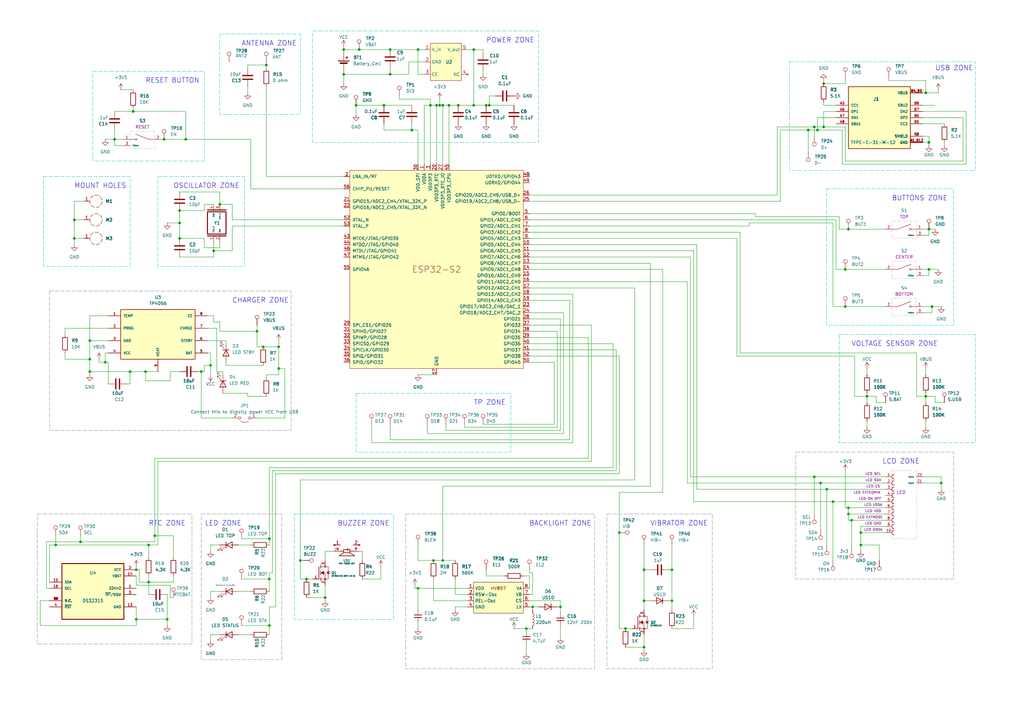
<source format=kicad_sch>
(kicad_sch (version 20230121) (generator eeschema)
  (paper "A3")
  (title_block (title "DRM Watch V3") (date "2023-12-05") (rev "0.1") (company "Dr. Failov"))
  (junction (at 194.31 20.32))
  (junction (at 114.3 151.13))
  (junction (at 36.83 152.4))
  (junction (at 146.05 43.18))
  (junction (at 254 218.44))
  (junction (at 346.71 125.73))
  (junction (at 60.96 223.52))
  (junction (at 339.09 200.66))
  (junction (at 353.06 218.44))
  (junction (at 181.61 43.18))
  (junction (at 337.82 34.29))
  (junction (at 171.45 20.32))
  (junction (at 107.95 142.24))
  (junction (at 275.59 246.38))
  (junction (at 176.53 43.18))
  (junction (at 30.48 97.79))
  (junction (at 109.22 26.67))
  (junction (at 177.8 229.87))
  (junction (at 87.63 102.87))
  (junction (at 110.49 237.49))
  (junction (at 60.96 238.76))
  (junction (at 73.66 86.36))
  (junction (at 140.97 20.32))
  (junction (at 36.83 147.32))
  (junction (at 215.9 257.81))
  (junction (at 123.19 229.87))
  (junction (at 22.86 223.52))
  (junction (at 347.98 210.82))
  (junction (at 36.83 139.7))
  (junction (at 86.36 149.86))
  (junction (at 53.34 152.4))
  (junction (at 379.73 38.1))
  (junction (at 347.98 93.98))
  (junction (at 160.02 20.32))
  (junction (at 179.07 43.18))
  (junction (at 349.25 213.36))
  (junction (at 73.66 97.79))
  (junction (at 55.88 233.68))
  (junction (at 59.69 152.4))
  (junction (at 341.63 205.74))
  (junction (at 335.28 53.34))
  (junction (at 54.61 45.72))
  (junction (at 334.01 52.07))
  (junction (at 200.66 43.18))
  (junction (at 194.31 43.18))
  (junction (at 171.45 241.3))
  (junction (at 140.97 30.48))
  (junction (at 157.48 43.18))
  (junction (at 331.47 53.34))
  (junction (at 199.39 43.18))
  (junction (at 229.87 248.92))
  (junction (at 133.35 245.11))
  (junction (at 168.91 53.34))
  (junction (at 46.99 57.15))
  (junction (at 264.16 246.38))
  (junction (at 336.55 198.12))
  (junction (at 90.17 83.82))
  (junction (at 381 58.42))
  (junction (at 347.98 208.28))
  (junction (at 114.3 142.24))
  (junction (at 110.49 256.54))
  (junction (at 355.6 162.56))
  (junction (at 346.71 110.49))
  (junction (at 275.59 233.68))
  (junction (at 180.34 43.18))
  (junction (at 76.2 57.15))
  (junction (at 381 93.98))
  (junction (at 68.58 254))
  (junction (at 184.15 43.18))
  (junction (at 187.96 43.18))
  (junction (at 33.02 222.25))
  (junction (at 353.06 223.52))
  (junction (at 147.32 20.32))
  (junction (at 264.16 233.68))
  (junction (at 67.31 57.15))
  (junction (at 55.88 254))
  (junction (at 43.18 148.59))
  (junction (at 337.82 52.07))
  (junction (at 256.54 257.81))
  (junction (at 110.49 220.98))
  (junction (at 264.16 265.43))
  (junction (at 105.41 135.89))
  (junction (at 382.27 125.73))
  (junction (at 381 110.49))
  (junction (at 379.73 162.56))
  (junction (at 160.02 30.48))
  (junction (at 125.73 237.49))
  (junction (at 73.66 91.44))
  (junction (at 386.08 198.12))
  (junction (at 82.55 152.4))
  (junction (at 334.01 195.58))
  (junction (at 30.48 90.17))
  (junction (at 218.44 248.92))
  (junction (at 63.5 219.71))
  (junction (at 181.61 229.87))
  (wire (pts (xy 88.9 134.62) (xy 88.9 152.4)))
  (wire (pts (xy 334.01 52.07) (xy 334.01 55.88)))
  (wire (pts (xy 16.51 256.54) (xy 55.88 256.54)))
  (wire (pts (xy 90.17 83.82) (xy 90.17 78.74)))
  (wire (pts (xy 184.15 43.18) (xy 184.15 67.31)))
  (wire (pts (xy 26.67 147.32) (xy 26.67 144.78)))
  (wire (pts (xy 148.59 237.49) (xy 156.21 237.49)))
  (wire (pts (xy 345.44 53.34) (xy 335.28 53.34)))
  (wire (pts (xy 191.77 243.84) (xy 186.69 243.84)))
  (wire (pts (xy 68.58 91.44) (xy 73.66 91.44)))
  (wire (pts (xy 309.88 88.9) (xy 344.17 88.9)))
  (wire (pts (xy 173.99 30.48) (xy 171.45 30.48)))
  (wire (pts (xy 359.41 165.1) (xy 359.41 162.56)))
  (wire (pts (xy 90.17 223.52) (xy 86.36 223.52)))
  (wire (pts (xy 30.48 97.79) (xy 30.48 90.17)))
  (wire (pts (xy 44.45 134.62) (xy 26.67 134.62)))
  (wire (pts (xy 349.25 213.36) (xy 347.98 213.36)))
  (wire (pts (xy 171.45 255.27) (xy 171.45 257.81)))
  (wire (pts (xy 264.16 265.43) (xy 264.16 260.35)))
  (wire (pts (xy 110.49 260.35) (xy 110.49 256.54)))
  (wire (pts (xy 90.17 101.6) (xy 90.17 99.06)))
  (wire (pts (xy 275.59 223.52) (xy 275.59 233.68)))
  (wire (pts (xy 171.45 53.34) (xy 171.45 67.31)))
  (wire (pts (xy 217.17 143.51) (xy 252.73 143.51)))
  (wire (pts (xy 90.17 242.57) (xy 86.36 242.57)))
  (wire (pts (xy 363.22 213.36) (xy 349.25 213.36)))
  (wire (pts (xy 346.71 125.73) (xy 341.63 125.73)))
  (wire (pts (xy 341.63 125.73) (xy 341.63 91.44)))
  (wire (pts (xy 53.34 157.48) (xy 53.34 152.4)))
  (wire (pts (xy 26.67 147.32) (xy 36.83 147.32)))
  (wire (pts (xy 217.17 146.05) (xy 254 146.05)))
  (wire (pts (xy 200.66 43.18) (xy 210.82 43.18)))
  (wire (pts (xy 160.02 20.32) (xy 171.45 20.32)))
  (wire (pts (xy 353.06 218.44) (xy 363.22 218.44)))
  (wire (pts (xy 19.05 241.3) (xy 20.32 241.3)))
  (wire (pts (xy 81.28 152.4) (xy 82.55 152.4)))
  (wire (pts (xy 82.55 152.4) (xy 83.82 152.4)))
  (wire (pts (xy 83.82 86.36) (xy 73.66 86.36)))
  (wire (pts (xy 95.25 92.71) (xy 95.25 102.87)))
  (wire (pts (xy 203.2 39.37) (xy 200.66 39.37)))
  (wire (pts (xy 16.51 246.38) (xy 16.51 256.54)))
  (wire (pts (xy 90.17 135.89) (xy 105.41 135.89)))
  (wire (pts (xy 379.73 172.72) (xy 379.73 175.26)))
  (wire (pts (xy 60.96 236.22) (xy 60.96 238.76)))
  (wire (pts (xy 111.76 234.95) (xy 110.49 234.95)))
  (wire (pts (xy 171.45 223.52) (xy 171.45 229.87)))
  (wire (pts (xy 218.44 248.92) (xy 220.98 248.92)))
  (wire (pts (xy 339.09 200.66) (xy 285.75 200.66)))
  (wire (pts (xy 43.18 144.78) (xy 44.45 144.78)))
  (wire (pts (xy 40.64 148.59) (xy 43.18 148.59)))
  (wire (pts (xy 69.85 245.11) (xy 71.12 245.11)))
  (wire (pts (xy 184.15 43.18) (xy 187.96 43.18)))
  (wire (pts (xy 54.61 45.72) (xy 76.2 45.72)))
  (wire (pts (xy 215.9 257.81) (xy 218.44 257.81)))
  (wire (pts (xy 109.22 35.56) (xy 109.22 72.39)))
  (wire (pts (xy 44.45 129.54) (xy 36.83 129.54)))
  (wire (pts (xy 173.99 43.18) (xy 176.53 43.18)))
  (wire (pts (xy 318.77 80.01) (xy 217.17 80.01)))
  (wire (pts (xy 331.47 53.34) (xy 331.47 62.23)))
  (wire (pts (xy 379.73 151.13) (xy 379.73 153.67)))
  (wire (pts (xy 355.6 151.13) (xy 355.6 153.67)))
  (wire (pts (xy 85.09 134.62) (xy 88.9 134.62)))
  (wire (pts (xy 168.91 43.18) (xy 157.48 43.18)))
  (wire (pts (xy 337.82 41.91) (xy 337.82 43.18)))
  (wire (pts (xy 378.46 128.27) (xy 382.27 128.27)))
  (wire (pts (xy 254 257.81) (xy 256.54 257.81)))
  (wire (pts (xy 167.64 25.4) (xy 167.64 30.48)))
  (wire (pts (xy 264.16 246.38) (xy 266.7 246.38)))
  (wire (pts (xy 187.96 43.18) (xy 194.31 43.18)))
  (wire (pts (xy 266.7 107.95) (xy 266.7 199.39)))
  (wire (pts (xy 83.82 97.79) (xy 83.82 101.6)))
  (wire (pts (xy 97.79 242.57) (xy 102.87 242.57)))
  (wire (pts (xy 383.54 43.18) (xy 378.46 43.18)))
  (wire (pts (xy 381 55.88) (xy 381 58.42)))
  (wire (pts (xy 194.31 43.18) (xy 199.39 43.18)))
  (wire (pts (xy 86.36 144.78) (xy 85.09 144.78)))
  (wire (pts (xy 63.5 219.71) (xy 63.5 222.25)))
  (wire (pts (xy 342.9 90.17) (xy 342.9 110.49)))
  (wire (pts (xy 111.76 193.04) (xy 111.76 234.95)))
  (wire (pts (xy 344.17 88.9) (xy 344.17 93.98)))
  (wire (pts (xy 337.82 52.07) (xy 346.71 52.07)))
  (wire (pts (xy 55.88 236.22) (xy 55.88 240.03)))
  (wire (pts (xy 307.34 92.71) (xy 217.17 92.71)))
  (wire (pts (xy 346.71 110.49) (xy 363.22 110.49)))
  (wire (pts (xy 95.25 90.17) (xy 95.25 83.82)))
  (wire (pts (xy 190.5 173.99) (xy 190.5 175.26)))
  (wire (pts (xy 167.64 30.48) (xy 160.02 30.48)))
  (wire (pts (xy 105.41 135.89) (xy 105.41 142.24)))
  (wire (pts (xy 271.78 110.49) (xy 271.78 201.93)))
  (wire (pts (xy 217.17 234.95) (xy 217.17 233.68)))
  (wire (pts (xy 217.17 241.3) (xy 217.17 236.22)))
  (wire (pts (xy 110.49 191.77) (xy 251.46 191.77)))
  (wire (pts (xy 227.33 148.59) (xy 217.17 148.59)))
  (wire (pts (xy 97.79 223.52) (xy 102.87 223.52)))
  (wire (pts (xy 123.19 237.49) (xy 123.19 229.87)))
  (wire (pts (xy 346.71 34.29) (xy 337.82 34.29)))
  (wire (pts (xy 251.46 140.97) (xy 251.46 191.77)))
  (wire (pts (xy 46.99 53.34) (xy 46.99 57.15)))
  (wire (pts (xy 179.07 43.18) (xy 179.07 67.31)))
  (wire (pts (xy 381 113.03) (xy 381 110.49)))
  (wire (pts (xy 91.44 161.29) (xy 101.6 161.29)))
  (wire (pts (xy 123.19 237.49) (xy 125.73 237.49)))
  (wire (pts (xy 160.02 27.94) (xy 160.02 30.48)))
  (wire (pts (xy 381 110.49) (xy 378.46 110.49)))
  (wire (pts (xy 256.54 257.81) (xy 259.08 257.81)))
  (wire (pts (xy 30.48 82.55) (xy 34.29 82.55)))
  (wire (pts (xy 217.17 246.38) (xy 229.87 246.38)))
  (wire (pts (xy 105.41 171.45) (xy 116.84 171.45)))
  (wire (pts (xy 363.22 165.1) (xy 359.41 165.1)))
  (wire (pts (xy 217.17 97.79) (xy 302.26 97.79)))
  (wire (pts (xy 215.9 257.81) (xy 215.9 259.08)))
  (wire (pts (xy 83.82 101.6) (xy 90.17 101.6)))
  (wire (pts (xy 337.82 33.02) (xy 337.82 34.29)))
  (wire (pts (xy 233.68 180.34) (xy 233.68 123.19)))
  (wire (pts (xy 44.45 157.48) (xy 44.45 148.59)))
  (wire (pts (xy 387.35 165.1) (xy 383.54 165.1)))
  (wire (pts (xy 229.87 256.54) (xy 229.87 261.62)))
  (wire (pts (xy 176.53 40.64) (xy 176.53 43.18)))
  (wire (pts (xy 285.75 100.33) (xy 217.17 100.33)))
  (wire (pts (xy 90.17 132.08) (xy 87.63 132.08)))
  (wire (pts (xy 334.01 52.07) (xy 337.82 52.07)))
  (wire (pts (xy 241.3 138.43) (xy 217.17 138.43)))
  (wire (pts (xy 359.41 162.56) (xy 355.6 162.56)))
  (wire (pts (xy 341.63 205.74) (xy 341.63 229.87)))
  (wire (pts (xy 133.35 229.87) (xy 133.35 226.06)))
  (wire (pts (xy 363.22 210.82) (xy 347.98 210.82)))
  (wire (pts (xy 350.52 146.05) (xy 350.52 162.56)))
  (wire (pts (xy 55.88 233.68) (xy 55.88 232.41)))
  (wire (pts (xy 241.3 187.96) (xy 63.5 187.96)))
  (wire (pts (xy 227.33 173.99) (xy 227.33 148.59)))
  (wire (pts (xy 217.17 87.63) (xy 309.88 87.63)))
  (wire (pts (xy 242.57 133.35) (xy 242.57 189.23)))
  (wire (pts (xy 379.73 161.29) (xy 379.73 162.56)))
  (wire (pts (xy 382.27 125.73) (xy 378.46 125.73)))
  (wire (pts (xy 199.39 236.22) (xy 199.39 233.68)))
  (wire (pts (xy 95.25 83.82) (xy 90.17 83.82)))
  (wire (pts (xy 71.12 238.76) (xy 60.96 238.76)))
  (wire (pts (xy 83.82 149.86) (xy 86.36 149.86)))
  (wire (pts (xy 156.21 237.49) (xy 156.21 232.41)))
  (wire (pts (xy 109.22 153.67) (xy 114.3 153.67)))
  (wire (pts (xy 217.17 107.95) (xy 266.7 107.95)))
  (wire (pts (xy 194.31 20.32) (xy 198.12 20.32)))
  (wire (pts (xy 102.87 77.47) (xy 140.97 77.47)))
  (wire (pts (xy 396.24 67.31) (xy 345.44 67.31)))
  (wire (pts (xy 336.55 198.12) (xy 363.22 198.12)))
  (wire (pts (xy 105.41 142.24) (xy 107.95 142.24)))
  (wire (pts (xy 101.6 35.56) (xy 101.6 38.1)))
  (wire (pts (xy 375.92 144.78) (xy 375.92 162.56)))
  (wire (pts (xy 382.27 128.27) (xy 382.27 125.73)))
  (wire (pts (xy 275.59 233.68) (xy 275.59 246.38)))
  (wire (pts (xy 177.8 246.38) (xy 177.8 237.49)))
  (wire (pts (xy 266.7 199.39) (xy 181.61 199.39)))
  (wire (pts (xy 182.88 176.53) (xy 229.87 176.53)))
  (wire (pts (xy 173.99 43.18) (xy 173.99 67.31)))
  (wire (pts (xy 55.88 256.54) (xy 55.88 254)))
  (wire (pts (xy 384.81 110.49) (xy 381 110.49)))
  (wire (pts (xy 148.59 226.06) (xy 148.59 229.87)))
  (wire (pts (xy 64.77 189.23) (xy 64.77 223.52)))
  (wire (pts (xy 177.8 229.87) (xy 181.61 229.87)))
  (wire (pts (xy 163.83 40.64) (xy 176.53 40.64)))
  (wire (pts (xy 264.16 265.43) (xy 264.16 266.7)))
  (wire (pts (xy 20.32 246.38) (xy 16.51 246.38)))
  (wire (pts (xy 378.46 198.12) (xy 386.08 198.12)))
  (wire (pts (xy 55.88 233.68) (xy 57.15 233.68)))
  (wire (pts (xy 378.46 96.52) (xy 381 96.52)))
  (wire (pts (xy 360.68 229.87) (xy 360.68 223.52)))
  (wire (pts (xy 283.21 105.41) (xy 283.21 195.58)))
  (wire (pts (xy 337.82 45.72) (xy 337.82 52.07)))
  (wire (pts (xy 218.44 243.84) (xy 218.44 234.95)))
  (wire (pts (xy 20.32 223.52) (xy 20.32 238.76)))
  (wire (pts (xy 163.83 39.37) (xy 163.83 40.64)))
  (wire (pts (xy 86.36 262.89) (xy 86.36 260.35)))
  (wire (pts (xy 264.16 233.68) (xy 264.16 246.38)))
  (wire (pts (xy 198.12 20.32) (xy 198.12 21.59)))
  (wire (pts (xy 101.6 26.67) (xy 101.6 27.94)))
  (wire (pts (xy 383.54 162.56) (xy 379.73 162.56)))
  (wire (pts (xy 157.48 53.34) (xy 157.48 50.8)))
  (wire (pts (xy 168.91 53.34) (xy 157.48 53.34)))
  (wire (pts (xy 217.17 115.57) (xy 281.94 115.57)))
  (wire (pts (xy 341.63 91.44) (xy 307.34 91.44)))
  (wire (pts (xy 59.69 156.21) (xy 59.69 152.4)))
  (wire (pts (xy 346.71 66.04) (xy 394.97 66.04)))
  (wire (pts (xy 133.35 226.06) (xy 137.16 226.06)))
  (wire (pts (xy 33.02 219.71) (xy 33.02 222.25)))
  (wire (pts (xy 191.77 246.38) (xy 177.8 246.38)))
  (wire (pts (xy 241.3 138.43) (xy 241.3 187.96)))
  (wire (pts (xy 171.45 20.32) (xy 173.99 20.32)))
  (wire (pts (xy 271.78 201.93) (xy 254 201.93)))
  (wire (pts (xy 260.35 118.11) (xy 260.35 196.85)))
  (wire (pts (xy 105.41 133.35) (xy 105.41 135.89)))
  (wire (pts (xy 73.66 91.44) (xy 73.66 97.79)))
  (wire (pts (xy 363.22 125.73) (xy 346.71 125.73)))
  (wire (pts (xy 54.61 44.45) (xy 54.61 45.72)))
  (wire (pts (xy 60.96 238.76) (xy 60.96 243.84)))
  (wire (pts (xy 350.52 162.56) (xy 355.6 162.56)))
  (wire (pts (xy 177.8 229.87) (xy 171.45 229.87)))
  (wire (pts (xy 252.73 143.51) (xy 252.73 193.04)))
  (wire (pts (xy 341.63 205.74) (xy 284.48 205.74)))
  (wire (pts (xy 46.99 59.69) (xy 46.99 57.15)))
  (wire (pts (xy 73.66 97.79) (xy 83.82 97.79)))
  (wire (pts (xy 379.73 38.1) (xy 378.46 38.1)))
  (wire (pts (xy 186.69 243.84) (xy 186.69 237.49)))
  (wire (pts (xy 217.17 95.25) (xy 303.53 95.25)))
  (wire (pts (xy 110.49 220.98) (xy 110.49 223.52)))
  (wire (pts (xy 175.26 177.8) (xy 231.14 177.8)))
  (wire (pts (xy 95.25 90.17) (xy 140.97 90.17)))
  (wire (pts (xy 379.73 162.56) (xy 375.92 162.56)))
  (wire (pts (xy 384.81 38.1) (xy 379.73 38.1)))
  (wire (pts (xy 59.69 152.4) (xy 64.77 152.4)))
  (wire (pts (xy 85.09 139.7) (xy 92.71 139.7)))
  (wire (pts (xy 91.44 152.4) (xy 91.44 153.67)))
  (wire (pts (xy 173.99 25.4) (xy 167.64 25.4)))
  (wire (pts (xy 194.31 20.32) (xy 194.31 43.18)))
  (wire (pts (xy 46.99 45.72) (xy 54.61 45.72)))
  (wire (pts (xy 217.17 105.41) (xy 283.21 105.41)))
  (wire (pts (xy 87.63 102.87) (xy 87.63 105.41)))
  (wire (pts (xy 229.87 248.92) (xy 228.6 248.92)))
  (wire (pts (xy 57.15 233.68) (xy 57.15 238.76)))
  (wire (pts (xy 86.36 260.35) (xy 90.17 260.35)))
  (wire (pts (xy 170.18 241.3) (xy 170.18 240.03)))
  (wire (pts (xy 302.26 97.79) (xy 302.26 146.05)))
  (wire (pts (xy 95.25 92.71) (xy 140.97 92.71)))
  (wire (pts (xy 364.49 31.75) (xy 364.49 33.02)))
  (wire (pts (xy 275.59 257.81) (xy 284.48 257.81)))
  (wire (pts (xy 92.71 139.7) (xy 92.71 140.97)))
  (wire (pts (xy 383.54 165.1) (xy 383.54 162.56)))
  (wire (pts (xy 69.85 156.21) (xy 59.69 156.21)))
  (wire (pts (xy 99.06 220.98) (xy 110.49 220.98)))
  (wire (pts (xy 191.77 241.3) (xy 171.45 241.3)))
  (wire (pts (xy 140.97 20.32) (xy 140.97 21.59)))
  (wire (pts (xy 33.02 222.25) (xy 19.05 222.25)))
  (wire (pts (xy 198.12 29.21) (xy 198.12 30.48)))
  (wire (pts (xy 87.63 129.54) (xy 85.09 129.54)))
  (wire (pts (xy 116.84 151.13) (xy 114.3 151.13)))
  (wire (pts (xy 217.17 110.49) (xy 271.78 110.49)))
  (wire (pts (xy 111.76 193.04) (xy 252.73 193.04)))
  (wire (pts (xy 181.61 43.18) (xy 181.61 67.31)))
  (wire (pts (xy 97.79 260.35) (xy 102.87 260.35)))
  (wire (pts (xy 353.06 223.52) (xy 353.06 226.06)))
  (wire (pts (xy 99.06 256.54) (xy 110.49 256.54)))
  (wire (pts (xy 384.81 36.83) (xy 384.81 38.1)))
  (wire (pts (xy 217.17 102.87) (xy 284.48 102.87)))
  (wire (pts (xy 168.91 53.34) (xy 168.91 50.8)))
  (wire (pts (xy 191.77 20.32) (xy 194.31 20.32)))
  (wire (pts (xy 217.17 71.12) (xy 217.17 72.39)))
  (wire (pts (xy 71.12 219.71) (xy 63.5 219.71)))
  (wire (pts (xy 110.49 234.95) (xy 110.49 237.49)))
  (wire (pts (xy 181.61 199.39) (xy 181.61 229.87)))
  (wire (pts (xy 86.36 242.57) (xy 86.36 245.11)))
  (wire (pts (xy 320.04 82.55) (xy 217.17 82.55)))
  (wire (pts (xy 347.98 93.98) (xy 363.22 93.98)))
  (wire (pts (xy 264.16 233.68) (xy 266.7 233.68)))
  (wire (pts (xy 40.64 147.32) (xy 40.64 148.59)))
  (wire (pts (xy 386.08 200.66) (xy 386.08 198.12)))
  (wire (pts (xy 71.12 236.22) (xy 71.12 238.76)))
  (wire (pts (xy 283.21 195.58) (xy 334.01 195.58)))
  (wire (pts (xy 73.66 86.36) (xy 73.66 91.44)))
  (wire (pts (xy 228.6 175.26) (xy 228.6 135.89)))
  (wire (pts (xy 109.22 26.67) (xy 109.22 27.94)))
  (wire (pts (xy 30.48 97.79) (xy 34.29 97.79)))
  (wire (pts (xy 92.71 149.86) (xy 92.71 148.59)))
  (wire (pts (xy 378.46 45.72) (xy 396.24 45.72)))
  (wire (pts (xy 83.82 83.82) (xy 83.82 86.36)))
  (wire (pts (xy 46.99 57.15) (xy 50.8 57.15)))
  (wire (pts (xy 378.46 55.88) (xy 381 55.88)))
  (wire (pts (xy 160.02 173.99) (xy 160.02 180.34)))
  (wire (pts (xy 52.07 157.48) (xy 53.34 157.48)))
  (wire (pts (xy 30.48 90.17) (xy 30.48 82.55)))
  (wire (pts (xy 381 93.98) (xy 378.46 93.98)))
  (wire (pts (xy 386.08 198.12) (xy 386.08 195.58)))
  (wire (pts (xy 36.83 147.32) (xy 36.83 152.4)))
  (wire (pts (xy 364.49 33.02) (xy 379.73 33.02)))
  (wire (pts (xy 186.69 229.87) (xy 181.61 229.87)))
  (wire (pts (xy 346.71 208.28) (xy 347.98 208.28)))
  (wire (pts (xy 363.22 215.9) (xy 353.06 215.9)))
  (wire (pts (xy 90.17 78.74) (xy 73.66 78.74)))
  (wire (pts (xy 109.22 25.4) (xy 109.22 26.67)))
  (wire (pts (xy 355.6 172.72) (xy 355.6 175.26)))
  (wire (pts (xy 381 96.52) (xy 381 93.98)))
  (wire (pts (xy 337.82 45.72) (xy 342.9 45.72)))
  (wire (pts (xy 386.08 195.58) (xy 378.46 195.58)))
  (wire (pts (xy 342.9 48.26) (xy 335.28 48.26)))
  (wire (pts (xy 123.19 229.87) (xy 123.19 196.85)))
  (wire (pts (xy 217.17 243.84) (xy 218.44 243.84)))
  (wire (pts (xy 274.32 233.68) (xy 275.59 233.68)))
  (wire (pts (xy 346.71 193.04) (xy 346.71 208.28)))
  (wire (pts (xy 228.6 135.89) (xy 217.17 135.89)))
  (wire (pts (xy 113.03 194.31) (xy 254 194.31)))
  (wire (pts (xy 66.04 57.15) (xy 67.31 57.15)))
  (wire (pts (xy 218.44 234.95) (xy 217.17 234.95)))
  (wire (pts (xy 95.25 102.87) (xy 87.63 102.87)))
  (wire (pts (xy 184.15 43.18) (xy 181.61 43.18)))
  (wire (pts (xy 254 194.31) (xy 254 146.05)))
  (wire (pts (xy 274.32 246.38) (xy 275.59 246.38)))
  (wire (pts (xy 242.57 189.23) (xy 64.77 189.23)))
  (wire (pts (xy 43.18 57.15) (xy 46.99 57.15)))
  (wire (pts (xy 22.86 219.71) (xy 22.86 223.52)))
  (wire (pts (xy 307.34 91.44) (xy 307.34 92.71)))
  (wire (pts (xy 43.18 148.59) (xy 43.18 144.78)))
  (wire (pts (xy 83.82 152.4) (xy 83.82 149.86)))
  (wire (pts (xy 95.25 171.45) (xy 82.55 171.45)))
  (wire (pts (xy 36.83 129.54) (xy 36.83 139.7)))
  (wire (pts (xy 114.3 153.67) (xy 114.3 151.13)))
  (wire (pts (xy 339.09 200.66) (xy 339.09 223.52)))
  (wire (pts (xy 198.12 173.99) (xy 227.33 173.99)))
  (wire (pts (xy 53.34 152.4) (xy 59.69 152.4)))
  (wire (pts (xy 233.68 123.19) (xy 217.17 123.19)))
  (wire (pts (xy 347.98 213.36) (xy 347.98 210.82)))
  (wire (pts (xy 281.94 198.12) (xy 336.55 198.12)))
  (wire (pts (xy 353.06 218.44) (xy 353.06 223.52)))
  (wire (pts (xy 320.04 53.34) (xy 320.04 82.55)))
  (wire (pts (xy 335.28 48.26) (xy 335.28 53.34)))
  (wire (pts (xy 110.49 191.77) (xy 110.49 220.98)))
  (wire (pts (xy 90.17 132.08) (xy 90.17 135.89)))
  (wire (pts (xy 383.54 93.98) (xy 381 93.98)))
  (wire (pts (xy 215.9 264.16) (xy 215.9 267.97)))
  (wire (pts (xy 394.97 66.04) (xy 394.97 48.26)))
  (wire (pts (xy 114.3 151.13) (xy 114.3 142.24)))
  (wire (pts (xy 146.05 43.18) (xy 146.05 46.99)))
  (wire (pts (xy 107.95 149.86) (xy 92.71 149.86)))
  (wire (pts (xy 113.03 248.92) (xy 113.03 194.31)))
  (wire (pts (xy 275.59 246.38) (xy 275.59 250.19)))
  (wire (pts (xy 114.3 139.7) (xy 114.3 142.24)))
  (wire (pts (xy 171.45 30.48) (xy 171.45 20.32)))
  (wire (pts (xy 214.63 236.22) (xy 217.17 236.22)))
  (wire (pts (xy 140.97 29.21) (xy 140.97 30.48)))
  (wire (pts (xy 318.77 52.07) (xy 334.01 52.07)))
  (wire (pts (xy 110.49 248.92) (xy 113.03 248.92)))
  (wire (pts (xy 109.22 26.67) (xy 101.6 26.67)))
  (wire (pts (xy 191.77 248.92) (xy 186.69 248.92)))
  (wire (pts (xy 379.73 33.02) (xy 379.73 38.1)))
  (wire (pts (xy 218.44 250.19) (xy 218.44 248.92)))
  (wire (pts (xy 36.83 152.4) (xy 53.34 152.4)))
  (wire (pts (xy 88.9 152.4) (xy 91.44 152.4)))
  (wire (pts (xy 254 201.93) (xy 254 218.44)))
  (wire (pts (xy 110.49 237.49) (xy 110.49 242.57)))
  (wire (pts (xy 210.82 257.81) (xy 215.9 257.81)))
  (wire (pts (xy 30.48 100.33) (xy 30.48 97.79)))
  (wire (pts (xy 152.4 181.61) (xy 234.95 181.61)))
  (wire (pts (xy 341.63 205.74) (xy 363.22 205.74)))
  (wire (pts (xy 157.48 43.18) (xy 146.05 43.18)))
  (wire (pts (xy 99.06 237.49) (xy 110.49 237.49)))
  (wire (pts (xy 378.46 50.8) (xy 387.35 50.8)))
  (wire (pts (xy 355.6 161.29) (xy 355.6 162.56)))
  (wire (pts (xy 386.08 125.73) (xy 382.27 125.73)))
  (wire (pts (xy 55.88 240.03) (xy 69.85 240.03)))
  (wire (pts (xy 229.87 176.53) (xy 229.87 130.81)))
  (wire (pts (xy 86.36 223.52) (xy 86.36 226.06)))
  (wire (pts (xy 344.17 93.98) (xy 347.98 93.98)))
  (wire (pts (xy 387.35 58.42) (xy 387.35 59.69)))
  (wire (pts (xy 345.44 67.31) (xy 345.44 53.34)))
  (wire (pts (xy 242.57 133.35) (xy 217.17 133.35)))
  (wire (pts (xy 303.53 144.78) (xy 375.92 144.78)))
  (wire (pts (xy 133.35 245.11) (xy 133.35 246.38)))
  (wire (pts (xy 260.35 196.85) (xy 123.19 196.85)))
  (wire (pts (xy 217.17 140.97) (xy 251.46 140.97)))
  (wire (pts (xy 82.55 171.45) (xy 82.55 152.4)))
  (wire (pts (xy 337.82 43.18) (xy 342.9 43.18)))
  (wire (pts (xy 36.83 139.7) (xy 44.45 139.7)))
  (wire (pts (xy 109.22 154.94) (xy 109.22 153.67)))
  (wire (pts (xy 19.05 222.25) (xy 19.05 241.3)))
  (wire (pts (xy 50.8 59.69) (xy 46.99 59.69)))
  (wire (pts (xy 133.35 245.11) (xy 133.35 240.03)))
  (wire (pts (xy 109.22 72.39) (xy 140.97 72.39)))
  (wire (pts (xy 254 218.44) (xy 254 257.81)))
  (wire (pts (xy 396.24 45.72) (xy 396.24 67.31)))
  (wire (pts (xy 284.48 102.87) (xy 284.48 205.74)))
  (wire (pts (xy 55.88 254) (xy 68.58 254)))
  (wire (pts (xy 181.61 43.18) (xy 180.34 43.18)))
  (wire (pts (xy 140.97 19.05) (xy 140.97 20.32)))
  (wire (pts (xy 116.84 171.45) (xy 116.84 151.13)))
  (wire (pts (xy 186.69 248.92) (xy 186.69 250.19)))
  (wire (pts (xy 30.48 90.17) (xy 34.29 90.17)))
  (wire (pts (xy 160.02 180.34) (xy 233.68 180.34)))
  (wire (pts (xy 381 58.42) (xy 378.46 58.42)))
  (wire (pts (xy 217.17 118.11) (xy 260.35 118.11)))
  (wire (pts (xy 49.53 36.83) (xy 54.61 36.83)))
  (wire (pts (xy 353.06 215.9) (xy 353.06 218.44)))
  (wire (pts (xy 231.14 128.27) (xy 217.17 128.27)))
  (wire (pts (xy 36.83 153.67) (xy 36.83 152.4)))
  (wire (pts (xy 68.58 243.84) (xy 68.58 254)))
  (wire (pts (xy 309.88 87.63) (xy 309.88 88.9)))
  (wire (pts (xy 86.36 144.78) (xy 86.36 149.86)))
  (wire (pts (xy 182.88 173.99) (xy 182.88 176.53)))
  (wire (pts (xy 346.71 52.07) (xy 346.71 66.04)))
  (wire (pts (xy 101.6 162.56) (xy 109.22 162.56)))
  (wire (pts (xy 63.5 187.96) (xy 63.5 219.71)))
  (wire (pts (xy 346.71 31.75) (xy 346.71 34.29)))
  (wire (pts (xy 190.5 175.26) (xy 228.6 175.26)))
  (wire (pts (xy 69.85 240.03) (xy 69.85 245.11)))
  (wire (pts (xy 334.01 195.58) (xy 334.01 210.82)))
  (wire (pts (xy 318.77 52.07) (xy 318.77 80.01)))
  (wire (pts (xy 101.6 161.29) (xy 101.6 162.56)))
  (wire (pts (xy 87.63 105.41) (xy 73.66 105.41)))
  (wire (pts (xy 281.94 115.57) (xy 281.94 198.12)))
  (wire (pts (xy 229.87 130.81) (xy 217.17 130.81)))
  (wire (pts (xy 334.01 195.58) (xy 363.22 195.58)))
  (wire (pts (xy 353.06 223.52) (xy 360.68 223.52)))
  (wire (pts (xy 60.96 223.52) (xy 60.96 228.6)))
  (wire (pts (xy 22.86 223.52) (xy 20.32 223.52)))
  (wire (pts (xy 381 58.42) (xy 381 59.69)))
  (wire (pts (xy 256.54 265.43) (xy 264.16 265.43)))
  (wire (pts (xy 44.45 148.59) (xy 43.18 148.59)))
  (wire (pts (xy 231.14 177.8) (xy 231.14 128.27)))
  (wire (pts (xy 284.48 257.81) (xy 284.48 252.73)))
  (wire (pts (xy 147.32 20.32) (xy 160.02 20.32)))
  (wire (pts (xy 199.39 43.18) (xy 200.66 43.18)))
  (wire (pts (xy 234.95 181.61) (xy 234.95 120.65)))
  (wire (pts (xy 73.66 152.4) (xy 69.85 152.4)))
  (wire (pts (xy 55.88 254) (xy 55.88 248.92)))
  (wire (pts (xy 140.97 30.48) (xy 160.02 30.48)))
  (wire (pts (xy 176.53 43.18) (xy 176.53 67.31)))
  (wire (pts (xy 140.97 20.32) (xy 147.32 20.32)))
  (wire (pts (xy 320.04 53.34) (xy 331.47 53.34)))
  (wire (pts (xy 140.97 34.29) (xy 140.97 30.48)))
  (wire (pts (xy 87.63 132.08) (xy 87.63 129.54)))
  (wire (pts (xy 200.66 39.37) (xy 200.66 43.18)))
  (wire (pts (xy 125.73 237.49) (xy 128.27 237.49)))
  (wire (pts (xy 303.53 95.25) (xy 303.53 144.78)))
  (wire (pts (xy 264.16 223.52) (xy 264.16 233.68)))
  (wire (pts (xy 171.45 153.67) (xy 179.07 153.67)))
  (wire (pts (xy 355.6 162.56) (xy 355.6 165.1)))
  (wire (pts (xy 60.96 223.52) (xy 22.86 223.52)))
  (wire (pts (xy 36.83 139.7) (xy 36.83 147.32)))
  (wire (pts (xy 123.19 229.87) (xy 124.46 229.87)))
  (wire (pts (xy 302.26 146.05) (xy 350.52 146.05)))
  (wire (pts (xy 64.77 223.52) (xy 60.96 223.52)))
  (wire (pts (xy 349.25 213.36) (xy 349.25 224.79)))
  (wire (pts (xy 63.5 222.25) (xy 33.02 222.25)))
  (wire (pts (xy 180.34 40.64) (xy 180.34 43.18)))
  (wire (pts (xy 285.75 200.66) (xy 285.75 100.33)))
  (wire (pts (xy 110.49 256.54) (xy 110.49 248.92)))
  (wire (pts (xy 229.87 251.46) (xy 229.87 248.92)))
  (wire (pts (xy 234.95 120.65) (xy 217.17 120.65)))
  (wire (pts (xy 171.45 241.3) (xy 170.18 241.3)))
  (wire (pts (xy 331.47 53.34) (xy 335.28 53.34)))
  (wire (pts (xy 229.87 246.38) (xy 229.87 248.92)))
  (wire (pts (xy 218.44 248.92) (xy 217.17 248.92)))
  (wire (pts (xy 86.36 149.86) (xy 86.36 153.67)))
  (wire (pts (xy 125.73 245.11) (xy 133.35 245.11)))
  (wire (pts (xy 379.73 162.56) (xy 379.73 165.1)))
  (wire (pts (xy 394.97 48.26) (xy 378.46 48.26)))
  (wire (pts (xy 347.98 210.82) (xy 347.98 208.28)))
  (wire (pts (xy 26.67 134.62) (xy 26.67 137.16)))
  (wire (pts (xy 378.46 113.03) (xy 381 113.03)))
  (wire (pts (xy 363.22 208.28) (xy 347.98 208.28)))
  (wire (pts (xy 68.58 254) (xy 68.58 256.54)))
  (wire (pts (xy 71.12 228.6) (xy 71.12 219.71)))
  (wire (pts (xy 87.63 102.87) (xy 87.63 99.06)))
  (wire (pts (xy 339.09 200.66) (xy 363.22 200.66)))
  (wire (pts (xy 60.96 238.76) (xy 57.15 238.76)))
  (wire (pts (xy 264.16 246.38) (xy 264.16 250.19)))
  (wire (pts (xy 171.45 53.34) (xy 168.91 53.34)))
  (wire (pts (xy 336.55 198.12) (xy 336.55 217.17)))
  (wire (pts (xy 199.39 236.22) (xy 207.01 236.22)))
  (wire (pts (xy 217.17 90.17) (xy 342.9 90.17)))
  (wire (pts (xy 76.2 57.15) (xy 102.87 57.15)))
  (wire (pts (xy 102.87 57.15) (xy 102.87 77.47)))
  (wire (pts (xy 171.45 241.3) (xy 171.45 250.19)))
  (wire (pts (xy 67.31 57.15) (xy 76.2 57.15)))
  (wire (pts (xy 152.4 173.99) (xy 152.4 181.61)))
  (wire (pts (xy 87.63 83.82) (xy 83.82 83.82)))
  (wire (pts (xy 76.2 45.72) (xy 76.2 57.15)))
  (wire (pts (xy 179.07 43.18) (xy 176.53 43.18)))
  (wire (pts (xy 107.95 142.24) (xy 114.3 142.24)))
  (wire (pts (xy 175.26 173.99) (xy 175.26 177.8)))
  (wire (pts (xy 69.85 152.4) (xy 69.85 156.21)))
  (wire (pts (xy 180.34 43.18) (xy 179.07 43.18)))
  (wire (pts (xy 147.32 226.06) (xy 148.59 226.06)))
  (wire (pts (xy 342.9 110.49) (xy 346.71 110.49)))
  (rectangle (start 248.92 210.82) (end 292.1 274.32) (stroke (width 0) (type dash) (color 132 132 132 1)))
  (rectangle (start 339.09 77.47) (end 391.16 133.35) (stroke (width 0) (type dash) (color 0 194 194 1)) (fill (type color) (color 255 255 255 1)))
  (rectangle (start 344.17 137.16) (end 400.05 181.61) (stroke (width 0) (type dash) (color 0 194 194 1)) (fill (type color) (color 255 255 255 1)))
  (rectangle (start 20.32 119.38) (end 119.38 176.53) (stroke (width 0) (type dash) (color 132 132 132 1)))
  (rectangle (start 120.65 210.82) (end 161.29 254) (stroke (width 0) (type dash) (color 0 194 194 1)) (fill (type color) (color 255 255 255 1)))
  (rectangle (start 82.55 210.82) (end 115.57 270.51) (stroke (width 0) (type dash) (color 132 132 132 1)))
  (rectangle (start 64.77 72.39) (end 100.33 109.22) (stroke (width 0) (type dash) (color 0 194 194 1)) (fill (type color) (color 255 255 255 1)))
  (rectangle (start 128.27 12.7) (end 220.98 58.42) (stroke (width 0) (type dash) (color 0 194 194 1)) (fill (type color) (color 255 255 255 1)))
  (rectangle (start 38.1 29.21) (end 83.82 66.04) (stroke (width 0) (type dash) (color 0 194 194 1)) (fill (type color) (color 255 255 255 1)))
  (rectangle (start 326.39 185.42) (end 391.16 237.49) (stroke (width 0) (type dash) (color 132 132 132 1)))
  (rectangle (start 17.78 72.39) (end 53.34 109.22) (stroke (width 0) (type dash) (color 0 194 194 1)) (fill (type color) (color 255 255 255 1)))
  (rectangle (start 90.17 13.97) (end 123.19 46.99) (stroke (width 0) (type dash) (color 0 194 194 1)) (fill (type color) (color 255 255 255 1)))
  (rectangle (start 146.05 161.29) (end 209.55 185.42) (stroke (width 0) (type dash) (color 0 194 194 1)) (fill (type color) (color 255 255 255 1)))
  (rectangle (start 323.85 25.4) (end 400.05 69.85) (stroke (width 0) (type dash) (color 0 194 194 1)) (fill (type color) (color 255 255 255 1)))
  (rectangle (start 15.24 210.82) (end 78.74 264.16) (stroke (width 0) (type dash) (color 132 132 132 1)))
  (rectangle (start 166.37 210.82) (end 243.84 274.32) (stroke (width 0) (type dash) (color 132 132 132 1)))
  (text "MOUNT HOLES" (at 30.48 77.47 0) (effects (font (size 2 2)) (justify left bottom)))
  (text "OSCILLATOR ZONE" (at 71.12 77.47 0) (effects (font (size 2 2)) (justify left bottom)))
  (text "BUZZER ZONE" (at 138.43 215.9 0) (effects (font (size 2 2)) (justify left bottom)))
  (text "CHARGER ZONE" (at 95.25 124.46 0) (effects (font (size 2 2)) (justify left bottom)))
  (text "TP ZONE" (at 194.31 166.37 0) (effects (font (size 2 2)) (justify left bottom)))
  (text "LED ZONE" (at 99.06 215.9 0) (effects (font (size 2 2)) (justify right bottom)))
  (text "RESET BUTTON" (at 59.69 34.29 0) (effects (font (size 2 2)) (justify left bottom)))
  (text "BUTTONS ZONE" (at 365.76 82.55 0) (effects (font (size 2 2)) (justify left bottom)))
  (text "VOLTAGE SENSOR ZONE\n" (at 349.25 142.24 0) (effects (font (size 2 2)) (justify left bottom)))
  (text "USB ZONE" (at 383.54 29.21 0) (effects (font (size 2 2)) (justify left bottom)))
  (text "ANTENNA ZONE" (at 99.06 19.05 0) (effects (font (size 2 2)) (justify left bottom)))
  (text "VIBRATOR ZONE" (at 266.7 215.9 0) (effects (font (size 2 2)) (justify left bottom)))
  (text "LCD ZONE" (at 361.95 190.5 0) (effects (font (size 2 2)) (justify left bottom)))
  (text "POWER ZONE" (at 199.39 17.78 0) (effects (font (size 2 2)) (justify left bottom)))
  (text "RTC ZONE" (at 60.96 215.9 0) (effects (font (size 2 2)) (justify left bottom)))
  (text "BACKLIGHT ZONE" (at 242.57 215.9 0) (effects (font (size 2 2)) (justify right bottom)))
  (symbol (lib_id "Project-Lib:TL3330AF130QG") (at 370.84 93.98 0) (unit 1)
    (property "Reference" "S1" (at 370.84 86.36 0))
    (property "Value" "2*4*3.5mm Micro SMD Tact Switch Side Button" (effects hide))
    (property "Footprint" "Project-Lib:SW_TL3330AF130QG" (effects hide))
    (property "Role" "TOP" (at 370.84 88.9 0))
    (property "Link" "https://www.aliexpress.us/item/32880903601.html" (effects hide))
  )
  (symbol (lib_id "Device:R") (at 71.12 232.41 0) (unit 1)
    (property "Reference" "R20" (at 73.66 231.14 0) (effects (justify left)))
    (property "Value" "4.3K" (at 73.66 233.68 0) (effects (font bold) (justify left)))
    (property "Footprint" "Project-Lib:R_0603_1608Metric" (effects hide))
    (property "Role" "Pull-Up for RTC SCL" (effects hide))
  )
  (symbol (lib_id "power:GND") (at 379.73 175.26 0) (unit 1)
    (property "Reference" "#PWR033" (effects hide))
    (property "Value" "GND" (at 379.73 179.07 0))
  )
  (symbol (lib_id "Project-Lib:TestPoint") (at 331.47 62.23 180) (unit 1) (in_bom no)
    (property "Reference" "TP25" (at 334.01 64.262 0) (effects (font bold) (justify right)))
    (property "Value" "D-" (at 334.01 66.802 0) (effects (justify right)))
    (property "Footprint" "Project-Lib:TestPoint_Pad" (effects hide))
  )
  (symbol (lib_id "power:GND") (at 146.05 46.99 0) (unit 1)
    (property "Reference" "#PWR01" (effects hide))
    (property "Value" "GND" (at 146.05 52.07 0))
  )
  (symbol (lib_id "power:GND") (at 187.96 50.8 0) (unit 1)
    (property "Reference" "#PWR011" (effects hide))
    (property "Value" "GND" (at 187.96 55.88 0))
  )
  (symbol (lib_id "Device:R") (at 106.68 260.35 90) (mirror x) (unit 1)
    (property "Reference" "R10" (at 105.41 261.62 0) (effects (font bold) (justify left)))
    (property "Value" "R22" (at 107.95 261.62 0) (effects (justify left)))
    (property "Footprint" "Project-Lib:R_0603_1608Metric" (effects hide))
  )
  (symbol (lib_id "power:+3V3") (at 55.88 232.41 0) (unit 1)
    (property "Reference" "#PWR040" (effects hide))
    (property "Value" "+3V3" (at 55.88 227.33 0))
  )
  (symbol (lib_id "Project-Lib:TestPoint") (at 349.25 224.79 180) (unit 1) (in_bom no)
    (property "Reference" "TP18" (at 347.98 228.6 0) (effects (justify left)))
    (property "Value" "3v3" (at 347.98 226.06 0) (effects (justify left)))
    (property "Footprint" "Project-Lib:TestPoint_Pad" (effects hide))
  )
  (symbol (lib_id "Project-Lib:TL3330AF130QG") (at 370.84 110.49 0) (unit 1)
    (property "Reference" "S2" (at 370.84 102.87 0))
    (property "Value" "2*4*3.5mm Micro SMD Tact Switch Side Button" (effects hide))
    (property "Footprint" "Project-Lib:SW_TL3330AF130QG" (effects hide))
    (property "Role" "CENTER" (at 370.84 105.41 0))
    (property "Link" "https://www.aliexpress.us/item/32880903601.html" (effects hide))
  )
  (symbol (lib_id "Project-Lib:TestPoint") (at 67.31 57.15 0) (unit 1) (in_bom no)
    (property "Reference" "TP10" (at 69.85 52.578 0) (effects (font bold) (justify left)))
    (property "Value" "EN" (at 69.85 55.118 0) (effects (justify left)))
    (property "Footprint" "Project-Lib:TestPoint_Pad" (effects hide))
  )
  (symbol (lib_id "Project-Lib:TestPoint") (at 33.02 219.71 0) (unit 1) (in_bom no)
    (property "Reference" "TP30" (at 34.29 215.9 0) (effects (justify left)))
    (property "Value" "SCL" (at 34.29 218.44 0) (effects (justify left)))
    (property "Footprint" "Project-Lib:TestPoint_Pad" (effects hide))
  )
  (symbol (lib_id "Project-Lib:screwMount") (at 34.29 92.71 0) (unit 1)
    (property "Reference" "M3" (at 43.18 97.79 0) (effects (font bold) (justify left)))
    (property "Value" "M1.2 screw mount get from DJI Mavic 3 CORE board" (effects hide))
    (property "Footprint" "Project-Lib:m1.2-screw-mount" (effects hide))
    (property "Datasheet" "https://www.swaco.com/SMTSO-M1.2-2ET-PEM-ReelFast" (effects hide))
    (property "Link" "https://www.aliexpress.com/i/1005005125674149.html   (SMTSO-M1.2-2)" (effects hide))
    (property "Role" "Screw mount for back case" (effects hide))
  )
  (symbol (lib_id "Project-Lib:TestPoint") (at 171.45 223.52 0) (unit 1) (in_bom no)
    (property "Reference" "TP38" (at 173.99 218.948 0) (effects (font bold) (justify left)))
    (property "Value" "BLEN" (at 173.99 221.488 0) (effects (justify left)))
    (property "Footprint" "Project-Lib:TestPoint_Pad" (effects hide))
  )
  (symbol (lib_id "Project-Lib:TestPoint") (at 199.39 233.68 0) (unit 1) (in_bom no)
    (property "Reference" "TP26" (at 201.93 229.108 0) (effects (font bold) (justify left)))
    (property "Value" "EL1" (at 201.93 231.648 0) (effects (justify left)))
    (property "Footprint" "Project-Lib:TestPoint_Pad" (effects hide))
  )
  (symbol (lib_id "Device:R") (at 210.82 236.22 90) (unit 1)
    (property "Reference" "R21" (at 210.82 229.87 90) (effects (font bold)))
    (property "Value" "500R" (at 210.82 232.41 90))
    (property "Footprint" "Project-Lib:R_0603_1608Metric" (effects hide))
    (property "Role" "Resistor for reducing audible noize" (effects hide))
  )
  (symbol (lib_id "power:+3V3") (at 49.53 36.83 0) (unit 1)
    (property "Reference" "#PWR038" (effects hide))
    (property "Value" "+3V3" (at 49.53 31.75 0))
  )
  (symbol (lib_id "Project-Lib:TestPoint") (at 182.88 173.99 0) (unit 1) (in_bom no)
    (property "Reference" "TP34" (at 184.15 170.18 0) (effects (justify left)))
    (property "Value" "D21" (at 184.15 172.72 0) (effects (justify left)))
    (property "Footprint" "Project-Lib:TestPoint_Pad" (effects hide))
  )
  (symbol (lib_id "Device:C") (at 210.82 46.99 0) (unit 1)
    (property "Reference" "C6" (at 213.36 45.72 0) (effects (font bold) (justify left)))
    (property "Value" "0.1uF" (at 213.36 48.26 0) (effects (justify left)))
    (property "Footprint" "Project-Lib:C_0603_1608Metric" (effects hide))
    (property "Link" "https://www.aliexpress.us/item/1005006124283234.html" (effects hide))
    (property "Role" "Voltage stabilizer capacitor for 3v3" (effects hide))
  )
  (symbol (lib_id "Project-Lib:TestPoint") (at 334.01 210.82 180) (unit 1) (in_bom no)
    (property "Reference" "TP13" (at 332.74 214.63 0) (effects (justify left)))
    (property "Value" "SCL" (at 332.74 212.09 0) (effects (justify left)))
    (property "Footprint" "Project-Lib:TestPoint_Pad" (effects hide))
  )
  (symbol (lib_id "Device:R") (at 275.59 254 0) (unit 1)
    (property "Reference" "R23" (at 276.86 252.73 0) (effects (font bold) (justify left)))
    (property "Value" "R22" (at 276.86 255.27 0) (effects (justify left)))
    (property "Footprint" "Project-Lib:R_0603_1608Metric" (effects hide))
    (property "Link" "https://www.aliexpress.us/item/1005002364437129.html" (effects hide))
  )
  (symbol (lib_id "Project-Lib:ESP32-S2") (at 179.07 110.49 0) (unit 1)
    (property "Reference" "U1" (effects hide))
    (property "Value" "ESP32-S2" (effects hide))
    (property "Footprint" "Project-Lib:QFN-56-1EP_7x7mm_P0.4mm_EP4x4mm_ThermalVias" (effects hide))
    (property "Datasheet" "https://www.espressif.com/sites/default/files/documentation/esp32-s2_datasheet_en.pdf" (effects hide))
    (property "Link" "https://www.tme.eu/en/details/esp32s2/iot-wifi-bluetooth-modules/espressif/esp32-s2/" (effects hide))
    (property "Manufacturer" "Espressif" (effects hide))
    (property "Role" "Main controller" (effects hide))
  )
  (symbol (lib_id "Project-Lib:TestPoint") (at 93.98 25.4 0) (unit 1) (in_bom no)
    (property "Reference" "TP28" (at 96.52 20.828 0) (effects (font bold) (justify left)))
    (property "Value" "ANT2" (at 96.52 22.86 0) (effects (justify left)))
    (property "Footprint" "Project-Lib:TestPoint_Pad" (effects hide))
  )
  (symbol (lib_id "Project-Lib:TestPoint") (at 124.46 229.87 270) (unit 1) (in_bom no)
    (property "Reference" "TP22" (at 124.46 224.79 90) (effects (justify left)))
    (property "Value" "BUZZ" (at 124.46 227.33 90) (effects (justify left)))
    (property "Footprint" "Project-Lib:TestPoint_Pad" (effects hide))
  )
  (symbol (lib_id "power:GND") (at 264.16 266.7 0) (unit 1)
    (property "Reference" "#PWR047" (effects hide))
    (property "Value" "GND" (at 264.16 270.51 0))
  )
  (symbol (lib_id "power:VBUS") (at 379.73 151.13 0) (unit 1)
    (property "Reference" "#PWR035" (effects hide))
    (property "Value" "VBUS" (at 379.73 147.32 0))
  )
  (symbol (lib_id "Project-Lib:LDO_ME6211") (at 176.53 15.24 0) (unit 1)
    (property "Reference" "U2" (at 184.15 25.4 0) (effects (font bold)))
    (property "Value" "ME6211 SOT23-5 3.3V" (effects hide))
    (property "Footprint" "Project-Lib:ME6211 SOT-23-5" (effects hide))
    (property "Datasheet" "https://pdf1.alldatasheet.com/datasheet-pdf/download/1138839/ETC2/ME6211.html" (effects hide))
    (property "Datasheet2" "https://datasheetspdf.com/pdf-down/M/E/6/ME6211-Microne.pdf" (effects hide))
    (property "Link" "https://www.aliexpress.us/item/1005006036398325.html" (effects hide))
    (property "Role" "Step-down voltage converter" (effects hide))
  )
  (symbol (lib_id "Device:C_Small") (at 229.87 254 0) (unit 1)
    (property "Reference" "C16" (at 232.41 252.7363 0) (effects (font bold) (justify left)))
    (property "Value" "12nF 200V" (at 232.41 255.2763 0) (effects (justify left)))
    (property "Footprint" "Project-Lib:C_1206" (effects hide))
    (property "Model" "Capacitor SMD 1206 10NF X7R 200V" (effects hide))
    (property "Link" "https://www.aliexpress.us/item/1005004628006766.html" (effects hide))
  )
  (symbol (lib_id "power:VCC") (at 284.48 252.73 0) (unit 1)
    (property "Reference" "#PWR048" (effects hide))
    (property "Value" "VCC" (at 284.48 248.92 0))
  )
  (symbol (lib_id "power:GND") (at 387.35 59.69 0) (unit 1)
    (property "Reference" "#PWR04" (effects hide))
    (property "Value" "GND" (at 387.35 63.5 0))
  )
  (symbol (lib_id "power:GND") (at 101.6 38.1 0) (unit 1)
    (property "Reference" "#PWR037" (effects hide))
    (property "Value" "GND" (at 101.6 43.18 0))
  )
  (symbol (lib_id "power:GND") (at 171.45 257.81 0) (unit 1)
    (property "Reference" "#PWR046" (effects hide))
    (property "Value" "GND" (at 171.45 261.62 0))
  )
  (symbol (lib_id "Device:R") (at 177.8 233.68 0) (unit 1)
    (property "Reference" "R18" (at 180.34 232.41 0) (effects (font bold) (justify left)))
    (property "Value" "2M" (at 180.34 234.95 0) (effects (justify left)))
    (property "Footprint" "Project-Lib:R_0603_1608Metric" (effects hide))
  )
  (symbol (lib_id "Project-Lib:TestPoint") (at 264.16 223.52 0) (unit 1) (in_bom no)
    (property "Reference" "TP41" (at 266.7 218.948 0) (effects (font bold) (justify left)))
    (property "Value" "VIB-" (at 266.7 221.488 0) (effects (justify left)))
    (property "Footprint" "Project-Lib:TestPoint_Pad" (effects hide))
  )
  (symbol (lib_id "Diode:US1D") (at 270.51 246.38 180) (unit 1)
    (property "Reference" "D7" (at 270.51 241.3 0) (effects (font bold)))
    (property "Value" "US1D" (at 270.51 243.84 0))
    (property "Footprint" "Project-Lib:US1D" (effects hide))
    (property "Datasheet" "https://www.diodes.com/assets/Datasheets/ds16008.pdf" (effects hide))
    (property "Sim.Device" "D" (effects hide))
    (property "Sim.Pins" "1=K 2=A" (effects hide))
  )
  (symbol (lib_id "Project-Lib:TestPoint") (at 346.71 110.49 0) (unit 1) (in_bom no)
    (property "Reference" "TP4" (at 349.25 105.918 0) (effects (justify left)))
    (property "Value" "BUT2" (at 349.25 108.458 0) (effects (justify left)))
    (property "Footprint" "Project-Lib:TestPoint_Pad" (effects hide))
  )
  (symbol (lib_id "power:GND") (at 386.08 200.66 0) (unit 1)
    (property "Reference" "#PWR022" (effects hide))
    (property "Value" "GND" (at 386.08 204.47 0))
  )
  (symbol (lib_id "power:GND") (at 383.54 93.98 0) (unit 1)
    (property "Reference" "#PWR06" (effects hide))
    (property "Value" "GND" (at 383.54 99.06 0))
  )
  (symbol (lib_id "power:VCC") (at 156.21 232.41 0) (unit 1)
    (property "Reference" "#PWR018" (effects hide))
    (property "Value" "VCC" (at 156.21 228.6 0))
  )
  (symbol (lib_id "Project-Lib:TestPoint") (at 99.06 220.98 0) (unit 1) (in_bom no)
    (property "Reference" "TP19" (at 101.6 216.408 0) (effects (font bold) (justify left)))
    (property "Value" "LED TOP" (at 101.6 218.948 0) (effects (justify left)))
    (property "Footprint" "Project-Lib:TestPoint_Pad" (effects hide))
  )
  (symbol (lib_id "Project-Lib:TestPoint") (at 175.26 173.99 0) (unit 1) (in_bom no)
    (property "Reference" "TP33" (at 176.53 170.18 0) (effects (justify left)))
    (property "Value" "D18" (at 176.53 172.72 0) (effects (justify left)))
    (property "Footprint" "Project-Lib:TestPoint_Pad" (effects hide))
  )
  (symbol (lib_id "Device:C") (at 160.02 24.13 0) (unit 1)
    (property "Reference" "C9" (at 162.56 21.59 0) (effects (font bold) (justify left)))
    (property "Value" "1uF" (at 162.56 24.13 0) (effects (justify left)))
    (property "Footprint" "Project-Lib:C_0805_2012Metric" (effects hide))
    (property "Link" "https://www.aliexpress.us/item/1005006124283234.html" (effects hide))
    (property "Role" "Voltage stabilizer capacitor for VBAT" (effects hide))
  )
  (symbol (lib_id "power:VBUS") (at 114.3 139.7 0) (unit 1)
    (property "Reference" "#PWR030" (effects hide))
    (property "Value" "VBUS" (at 114.3 134.62 0))
  )
  (symbol (lib_id "Project-Lib:HV857") (at 204.47 236.22 0) (unit 1)
    (property "Reference" "U5" (effects hide))
    (property "Value" "Microchip HV857" (effects hide))
    (property "Footprint" "Project-Lib:HV857" (effects hide))
    (property "Datasheet" "https://ww1.microchip.com/downloads/aemDocuments/documents/APID/ProductDocuments/DataSheets/HV857-High-Voltage-Low-Noise-EL-Lamp-Driver-IC-Data-Sheet-DS20005683.pdf" (effects hide))
    (property "Manufacturer" "microchip" (effects hide))
    (property "Link" "https://www.aliexpress.us/item/1005005512523052.html" (effects hide))
    (property "Link2" "https://www.microchip.com/en-us/product/hv857" (effects hide))
  )
  (symbol (lib_id "Project-Lib:TP4056") (at 64.77 137.16 0) (unit 1)
    (property "Reference" "U3" (at 64.77 121.92 0))
    (property "Value" "TP4056" (at 64.77 124.46 0))
    (property "Footprint" "Project-Lib:SO08" (effects hide))
    (property "Datasheet" "https://dlnmh9ip6v2uc.cloudfront.net/datasheets/Prototyping/TP4056.pdf" (effects hide))
    (property "MF" "Texas Instruments" (effects hide))
    (property "Link" "https://www.alibaba.com/product-detail/TC4056A-SOP-8-is-compatible-with_1600806443781.html" (effects hide))
    (property "Role" "Battery charger" (effects hide))
  )
  (symbol (lib_id "power:GND") (at 68.58 256.54 0) (unit 1)
    (property "Reference" "#PWR039" (effects hide))
    (property "Value" "GND" (at 68.58 261.62 0))
  )
  (symbol (lib_id "Device:C") (at 48.26 157.48 270) (unit 1)
    (property "Reference" "C12" (at 46.99 163.83 90) (effects (justify left)))
    (property "Value" "10uF" (at 45.72 161.29 90) (effects (font bold) (justify left)))
    (property "Footprint" "Project-Lib:C_0603_1608Metric" (effects hide))
  )
  (symbol (lib_id "Device:R") (at 256.54 261.62 0) (unit 1)
    (property "Reference" "R22" (at 259.08 260.35 0) (effects (font bold) (justify left)))
    (property "Value" "1K" (at 259.08 262.89 0) (effects (justify left)))
    (property "Footprint" "Project-Lib:R_0603_1608Metric" (effects hide))
  )
  (symbol (lib_id "Project-Lib:TestPoint") (at 334.01 55.88 180) (unit 1) (in_bom no)
    (property "Reference" "TP24" (at 336.55 57.912 0) (effects (font bold) (justify right)))
    (property "Value" "D+" (at 336.55 60.452 0) (effects (justify right)))
    (property "Footprint" "Project-Lib:TestPoint_Pad" (effects hide))
  )
  (symbol (lib_id "Device:C") (at 73.66 101.6 0) (unit 1)
    (property "Reference" "C2" (at 77.47 100.33 0) (effects (font bold) (justify left)))
    (property "Value" "10pF" (at 77.47 102.87 0) (effects (justify left)))
    (property "Footprint" "Project-Lib:C_0603_1608Metric" (effects hide))
    (property "Role" "Capacitor for oscilator" (effects hide))
  )
  (symbol (lib_id "power:VBUS") (at 40.64 147.32 0) (unit 1)
    (property "Reference" "#PWR029" (effects hide))
    (property "Value" "VBUS" (at 40.64 142.24 0))
  )
  (symbol (lib_id "power:VCC") (at 86.36 153.67 180) (unit 1)
    (property "Reference" "#PWR028" (effects hide))
    (property "Value" "VCC" (at 86.36 157.48 0))
  )
  (symbol (lib_id "Project-Lib:TestPoint") (at 71.12 245.11 0) (unit 1) (in_bom no)
    (property "Reference" "TP39" (at 72.39 241.3 0) (effects (justify left)))
    (property "Value" "RTCBAT" (at 71.12 243.84 0) (effects (justify left)))
    (property "Footprint" "Project-Lib:TestPoint_Pad" (effects hide))
  )
  (symbol (lib_id "Project-Lib:TestPoint") (at 105.41 133.35 0) (unit 1) (in_bom no)
    (property "Reference" "TP23" (at 107.95 128.778 0) (effects (justify left)))
    (property "Value" "VBUS" (at 107.95 131.318 0) (effects (justify left)))
    (property "Footprint" "Project-Lib:TestPoint_Pad" (effects hide))
  )
  (symbol (lib_id "Project-Lib:TestPoint") (at 364.49 31.75 0) (unit 1) (in_bom no)
    (property "Reference" "TP7" (at 367.03 27.178 0) (effects (font bold) (justify left)))
    (property "Value" "VBUS" (at 367.03 29.718 0) (effects (justify left)))
    (property "Footprint" "Project-Lib:TestPoint_Pad" (effects hide))
  )
  (symbol (lib_id "Project-Lib:TestPoint") (at 109.22 25.4 0) (unit 1) (in_bom no)
    (property "Reference" "TP27" (at 111.76 20.828 0) (effects (font bold) (justify left)))
    (property "Value" "ANT" (at 111.76 23.368 0) (effects (justify left)))
    (property "Footprint" "Project-Lib:TestPoint_Pad" (effects hide))
  )
  (symbol (lib_id "Project-Lib:TestPoint") (at 99.06 256.54 0) (unit 1) (in_bom no)
    (property "Reference" "TP21" (at 101.6 251.968 0) (effects (justify left)))
    (property "Value" "LED STA" (at 101.6 254.508 0) (effects (justify left)))
    (property "Footprint" "Project-Lib:TestPoint_Pad" (effects hide))
  )
  (symbol (lib_id "Device:C") (at 73.66 82.55 0) (unit 1)
    (property "Reference" "C3" (at 77.47 81.28 0) (effects (font bold) (justify left)))
    (property "Value" "10pF" (at 77.47 83.82 0) (effects (justify left)))
    (property "Footprint" "Project-Lib:C_0603_1608Metric" (effects hide))
    (property "Role" "Capacitor for oscilator" (effects hide))
  )
  (symbol (lib_id "Project-Lib:TL3330AF130QG") (at 370.84 125.73 0) (unit 1)
    (property "Reference" "S4" (at 370.84 118.11 0))
    (property "Value" "2*4*3.5mm Micro SMD Tact Switch Side Button" (effects hide))
    (property "Footprint" "Project-Lib:SW_TL3330AF130QG" (effects hide))
    (property "Role" "BOTTOM" (at 370.84 120.65 0))
    (property "Link" "https://www.aliexpress.us/item/32880903601.html" (effects hide))
  )
  (symbol (lib_id "Project-Lib:TestPoint") (at 346.71 31.75 0) (unit 1) (in_bom no)
    (property "Reference" "TP6" (at 349.25 27.178 0) (effects (font bold) (justify left)))
    (property "Value" "GND" (at 349.25 29.718 0) (effects (justify left)))
    (property "Footprint" "Project-Lib:TestPoint_Pad" (effects hide))
  )
  (symbol (lib_id "Project-Lib:TestPoint") (at 99.06 237.49 0) (unit 1) (in_bom no)
    (property "Reference" "TP20" (at 101.6 232.918 0) (effects (font bold) (justify left)))
    (property "Value" "LED BOT" (at 101.6 235.458 0) (effects (justify left)))
    (property "Footprint" "Project-Lib:TestPoint_Pad" (effects hide))
  )
  (symbol (lib_id "Device:R") (at 60.96 232.41 0) (unit 1)
    (property "Reference" "R19" (at 63.5 231.14 0) (effects (justify left)))
    (property "Value" "4.3K" (at 63.5 233.68 0) (effects (font bold) (justify left)))
    (property "Footprint" "Project-Lib:R_0603_1608Metric" (effects hide))
    (property "Role" "Pull-Up for RTC SDA" (effects hide))
  )
  (symbol (lib_id "Device:C") (at 199.39 46.99 0) (unit 1)
    (property "Reference" "C5" (at 201.93 45.72 0) (effects (font bold) (justify left)))
    (property "Value" "0.1uF" (at 201.93 48.26 0) (effects (justify left)))
    (property "Footprint" "Project-Lib:C_0603_1608Metric" (effects hide))
    (property "Link" "https://www.aliexpress.us/item/1005006124283234.html" (effects hide))
    (property "Role" "Voltage stabilizer capacitor for 3v3" (effects hide))
  )
  (symbol (lib_id "Project-Lib:TestPoint") (at 347.98 93.98 0) (unit 1) (in_bom no)
    (property "Reference" "TP3" (at 350.52 89.408 0) (effects (justify left)))
    (property "Value" "BUT1" (at 350.52 91.948 0) (effects (justify left)))
    (property "Footprint" "Project-Lib:TestPoint_Pad" (effects hide))
  )
  (symbol (lib_id "power:GND") (at 355.6 175.26 0) (unit 1)
    (property "Reference" "#PWR032" (effects hide))
    (property "Value" "GND" (at 355.6 179.07 0))
  )
  (symbol (lib_id "power:GND") (at 386.08 125.73 0) (unit 1)
    (property "Reference" "#PWR020" (effects hide))
    (property "Value" "GND" (at 386.08 130.81 0))
  )
  (symbol (lib_id "Jumper:Jumper_2_Open") (at 100.33 171.45 180) (unit 1) (in_bom no)
    (property "Reference" "JP1" (at 100.33 166.37 0))
    (property "Value" "Connect this to directly power VCC from USB" (at 100.33 168.91 0))
    (property "Footprint" "Project-Lib:SolderJumper-2_P1.3mm_Open_Pad1.0x1.5mm" (effects hide))
  )
  (symbol (lib_id "Device:C") (at 77.47 152.4 270) (unit 1)
    (property "Reference" "C11" (at 76.2 158.75 90) (effects (justify left)))
    (property "Value" "10uF" (at 74.93 156.21 90) (effects (font bold) (justify left)))
    (property "Footprint" "Project-Lib:C_0603_1608Metric" (effects hide))
  )
  (symbol (lib_id "Project-Lib:TL3330AF130QG") (at 58.42 57.15 0) (mirror y) (unit 1)
    (property "Reference" "S3" (at 58.42 49.53 0) (effects (font bold)))
    (property "Value" "2*4*3.5mm Micro SMD Tact Switch Side Button" (effects hide))
    (property "Footprint" "Project-Lib:SW_TL3330AF130QG" (effects hide))
    (property "Role" "RESET" (at 58.42 52.07 0))
    (property "Link" "https://www.aliexpress.us/item/32880903601.html" (effects hide))
  )
  (symbol (lib_id "Device:LED") (at 91.44 157.48 270) (unit 1)
    (property "Reference" "D4" (at 93.98 154.6225 90) (effects (justify left)))
    (property "Value" "LED RED" (at 93.98 157.1625 90) (effects (justify left)))
    (property "Footprint" "Project-Lib:HOLE_LED_0805_2012Metric" (effects hide))
    (property "Role" "LED CHARGE" (effects hide))
    (property "Link" "https://www.aliexpress.us/item/4000936781234.html" (effects hide))
  )
  (symbol (lib_id "Device:LED") (at 92.71 144.78 270) (unit 1) (in_bom no)
    (property "Reference" "D3" (at 95.25 141.9225 90) (effects (justify left)))
    (property "Value" "LED STBY" (at 95.25 144.4625 90) (effects (justify left)))
    (property "Footprint" "Project-Lib:HOLE_LED_0805_2012Metric" (effects hide))
  )
  (symbol (lib_id "Device:R") (at 186.69 233.68 0) (unit 1)
    (property "Reference" "R17" (at 189.23 232.41 0) (effects (font bold) (justify left)))
    (property "Value" "560K" (at 189.23 234.95 0) (effects (justify left)))
    (property "Footprint" "Project-Lib:R_0603_1608Metric" (effects hide))
  )
  (symbol (lib_id "power:GND") (at 86.36 262.89 0) (unit 1)
    (property "Reference" "#PWR031" (effects hide))
    (property "Value" "GND" (at 86.36 267.97 0))
  )
  (symbol (lib_id "Device:R") (at 379.73 157.48 0) (unit 1)
    (property "Reference" "R13" (at 382.27 156.21 0) (effects (justify left)))
    (property "Value" "100K" (at 382.27 158.75 0) (effects (font bold) (justify left)))
    (property "Footprint" "Project-Lib:R_0603_1608Metric" (effects hide))
    (property "Role" "Part of voltage divider for USB" (effects hide))
  )
  (symbol (lib_id "Project-Lib:TestPoint") (at 360.68 229.87 180) (unit 1) (in_bom no)
    (property "Reference" "TP17" (at 359.41 233.68 0) (effects (justify left)))
    (property "Value" "GND" (at 359.41 231.14 0) (effects (justify left)))
    (property "Footprint" "Project-Lib:TestPoint_Pad" (effects hide))
  )
  (symbol (lib_id "power:GND") (at 68.58 91.44 0) (unit 1)
    (property "Reference" "#PWR08" (effects hide))
    (property "Value" "GND" (at 68.58 96.52 0))
  )
  (symbol (lib_id "Project-Lib:DS3231S") (at 38.1 251.46 0) (unit 1)
    (property "Reference" "U4" (at 38.1 234.95 0))
    (property "Value" "DS3231S" (at 38.1 246.38 0))
    (property "Footprint" "Project-Lib:SOIC127P1032X265-16N" (effects hide))
    (property "Datasheet" "https://www.analog.com/media/en/technical-documentation/data-sheets/DS3231.pdf" (effects hide))
    (property "MF" "Analog Devices" (effects hide))
    (property "Description" "\nReal Time Clock (RTC) IC Clock/Calendar - I²C, 2-Wire Serial 16-SOIC (0.295, 7.50mm Width)\n" (effects hide))
    (property "Package" "SOIC-16 Maxim" (effects hide))
    (property "Price" "None" (effects hide))
    (property "SnapEDA_Link" "https://www.snapeda.com/parts/DS3231S/Analog+Devices/view-part/?ref=snap" (effects hide))
    (property "MP" "DS3231S" (effects hide))
    (property "Purchase-URL" "https://www.snapeda.com/api/url_track_click_mouser/?unipart_id=1065652&manufacturer=Analog Devices&part_name=DS3231S&search_term=ds3231" (effects hide))
    (property "Availability" "In Stock" (effects hide))
    (property "Check_prices" "https://www.snapeda.com/parts/DS3231S/Analog+Devices/view-part/?ref=eda" (effects hide))
    (property "Link" "https://www.analog.com/en/products/ds3231.html" (effects hide))
    (property "Role" "Handling Time" (effects hide))
  )
  (symbol (lib_id "Project-Lib:TestPoint") (at 198.12 173.99 0) (unit 1) (in_bom no)
    (property "Reference" "TP35" (at 199.39 170.18 0) (effects (justify left)))
    (property "Value" "D45" (at 199.39 172.72 0) (effects (justify left)))
    (property "Footprint" "Project-Lib:TestPoint_Pad" (effects hide))
  )
  (symbol (lib_id "power:GND") (at 133.35 246.38 0) (unit 1)
    (property "Reference" "#PWR019" (effects hide))
    (property "Value" "GND" (at 133.35 250.19 0))
  )
  (symbol (lib_id "power:GND") (at 229.87 261.62 0) (unit 1)
    (property "Reference" "#PWR043" (effects hide))
    (property "Value" "GND" (at 229.87 265.43 0))
  )
  (symbol (lib_id "power:GND") (at 384.81 110.49 0) (unit 1)
    (property "Reference" "#PWR07" (effects hide))
    (property "Value" "GND" (at 384.81 115.57 0))
  )
  (symbol (lib_id "power:GND") (at 210.82 50.8 0) (unit 1)
    (property "Reference" "#PWR013" (effects hide))
    (property "Value" "GND" (at 210.82 55.88 0))
  )
  (symbol (lib_id "Device:LED") (at 93.98 260.35 0) (unit 1) (in_bom no)
    (property "Reference" "D5" (at 92.3925 254 0))
    (property "Value" "LED STATUS" (at 92.3925 256.54 0))
    (property "Footprint" "Project-Lib:HOLE_LED_0805_2012Metric" (effects hide))
  )
  (symbol (lib_id "Device:C") (at 46.99 49.53 180) (unit 1)
    (property "Reference" "C14" (at 44.45 50.8 0) (effects (font bold) (justify left)))
    (property "Value" "1uF" (at 44.45 48.26 0) (effects (justify left)))
    (property "Footprint" "Project-Lib:C_0603_1608Metric" (effects hide))
    (property "Link" "https://www.aliexpress.us/item/1005006124283234.html" (effects hide))
    (property "Role" "Voltage stabilizer capacitor for EN pin" (effects hide))
  )
  (symbol (lib_id "power:GND") (at 43.18 57.15 0) (mirror y) (unit 1)
    (property "Reference" "#PWR015" (effects hide))
    (property "Value" "GND" (at 43.18 62.23 0))
  )
  (symbol (lib_id "Device:C") (at 64.77 243.84 270) (unit 1)
    (property "Reference" "C15" (at 63.5 250.19 90) (effects (justify left)))
    (property "Value" "10uF" (at 62.23 247.65 90) (effects (font bold) (justify left)))
    (property "Footprint" "Project-Lib:C_0603_1608Metric" (effects hide))
  )
  (symbol (lib_id "power:GND") (at 30.48 100.33 0) (unit 1)
    (property "Reference" "#PWR036" (effects hide))
    (property "Value" "GND" (at 30.48 105.41 0))
  )
  (symbol (lib_id "Device:R") (at 379.73 168.91 0) (unit 1)
    (property "Reference" "R14" (at 382.27 167.64 0) (effects (justify left)))
    (property "Value" "100K" (at 382.27 170.18 0) (effects (font bold) (justify left)))
    (property "Footprint" "Project-Lib:R_0603_1608Metric" (effects hide))
    (property "Role" "Part of voltage divider for USB" (effects hide))
  )
  (symbol (lib_id "power:GND") (at 86.36 245.11 0) (unit 1)
    (property "Reference" "#PWR024" (effects hide))
    (property "Value" "GND" (at 86.36 250.19 0))
  )
  (symbol (lib_id "Project-Lib:TestPoint") (at 190.5 173.99 0) (unit 1) (in_bom no)
    (property "Reference" "TP36" (at 191.77 170.18 0) (effects (justify left)))
    (property "Value" "D34" (at 191.77 172.72 0) (effects (justify left)))
    (property "Footprint" "Project-Lib:TestPoint_Pad" (effects hide))
  )
  (symbol (lib_id "Device:LED") (at 93.98 242.57 0) (unit 1)
    (property "Reference" "D2" (at 92.3925 237.49 0))
    (property "Value" "020 SMD Side View LED White 6000K" (at 92.3925 240.03 0) (effects (font (size 0.27 0.27))))
    (property "Footprint" "Project-Lib:SMD-LED-Side-View" (effects hide))
    (property "Role" "Flashlight, Led bottom" (effects hide))
    (property "Link" "https://www.aliexpress.us/item/32419907074.html" (effects hide))
  )
  (symbol (lib_id "Project-Lib:TestPoint") (at 363.22 165.1 0) (unit 1) (in_bom no)
    (property "Reference" "TP11" (at 364.49 161.29 0) (effects (justify left)))
    (property "Value" "S.BAT" (at 364.49 163.83 0) (effects (justify left)))
    (property "Footprint" "Project-Lib:TestPoint_Pad" (effects hide))
  )
  (symbol (lib_id "Device:LED") (at 93.98 223.52 0) (unit 1) (in_bom no)
    (property "Reference" "D1" (at 92.3925 217.17 0))
    (property "Value" "LED TOP" (at 92.3925 219.71 0))
    (property "Footprint" "Project-Lib:HOLE_LED_0805_2012Metric" (effects hide))
  )
  (symbol (lib_id "Device:R") (at 26.67 140.97 0) (unit 1)
    (property "Reference" "R9" (at 29.21 139.7 0) (effects (font bold) (justify left)))
    (property "Value" "10K" (at 29.21 142.24 0) (effects (justify left)))
    (property "Footprint" "Project-Lib:R_0603_1608Metric" (effects hide))
  )
  (symbol (lib_id "Device:R") (at 148.59 233.68 0) (unit 1)
    (property "Reference" "R4" (at 149.86 232.41 0) (effects (font bold) (justify left)))
    (property "Value" "R22" (at 149.86 234.95 0) (effects (justify left)))
    (property "Footprint" "Project-Lib:R_0603_1608Metric" (effects hide))
    (property "Link" "https://www.aliexpress.us/item/1005002364437129.html" (effects hide))
    (property "Role" "Current-limiting ressitor for buzzer" (effects hide))
  )
  (symbol (lib_id "power:+3V3") (at 170.18 240.03 0) (unit 1)
    (property "Reference" "#PWR045" (effects hide))
    (property "Value" "+3V3" (at 170.18 234.95 0))
  )
  (symbol (lib_id "power:GND") (at 215.9 267.97 0) (unit 1)
    (property "Reference" "#PWR042" (effects hide))
    (property "Value" "GND" (at 215.9 271.78 0))
  )
  (symbol (lib_id "Device:C") (at 101.6 31.75 180) (unit 1)
    (property "Reference" "C13" (at 99.06 33.02 0) (effects (font bold) (justify left)))
    (property "Value" "10pF" (at 99.06 30.48 0) (effects (justify left)))
    (property "Footprint" "Project-Lib:C_0603_1608Metric" (effects hide))
    (property "Link" "https://www.aliexpress.us/item/1005006124283234.html" (effects hide))
    (property "Role" "Capacitor to antenna" (effects hide))
  )
  (symbol (lib_id "Project-Lib:screwMount") (at 34.29 77.47 0) (unit 1)
    (property "Reference" "M1" (at 43.18 82.55 0) (effects (font bold) (justify left)))
    (property "Value" "M1.2 screw mount get from DJI Mavic 3 CORE board" (effects hide))
    (property "Footprint" "Project-Lib:m1.2-screw-mount" (effects hide))
    (property "Datasheet" "https://www.swaco.com/SMTSO-M1.2-2ET-PEM-ReelFast" (effects hide))
    (property "Link" "https://www.aliexpress.com/i/1005005125674149.html   (SMTSO-M1.2-2)" (effects hide))
    (property "Role" "Screw mount for back case" (effects hide))
  )
  (symbol (lib_id "Project-Lib:687110149022") (at 368.3 205.74 0) (mirror x) (unit 1)
    (property "Reference" "J2" (effects hide))
    (property "Value" "FPC 10pin 0.5mm pitch" (effects hide))
    (property "Footprint" "Project-Lib:687110149022" (effects hide))
    (property "MF" "Wurth Electronics" (effects hide))
    (property "Description" "\n10 Position FFC, FPC Connector Contacts, Bottom 0.020 (0.50mm) Surface Mount, Right Angle\n" (effects hide))
    (property "Package" "None" (effects hide))
    (property "Price" "None" (effects hide))
    (property "SnapEDA_Link" "https://www.snapeda.com/parts/687110149022/Wurth+Electronics+Inc./view-part/?ref=snap" (effects hide))
    (property "MP" "687110149022" (effects hide))
    (property "Availability" "In Stock" (effects hide))
    (property "Check_prices" "https://www.snapeda.com/parts/687110149022/Wurth+Electronics+Inc./view-part/?ref=eda" (effects hide))
    (property "Role" "LCD" (at 369.57 201.93 0))
    (property "pin1 desc" "LCD SCL" (at 358.14 194.31 0) (effects (font (size 1 1))))
    (property "pin2 desc" "LCD SDA" (at 358.14 196.85 0) (effects (font (size 1 1))))
    (property "pin3 desc" "LCD CS" (at 358.14 199.39 0) (effects (font (size 1 1))))
    (property "pin4 desc" "LCD EXTCOMIN" (at 355.6 201.93 0) (effects (font (size 1 1))))
    (property "pin5 desc" "LCD ON OFF" (at 356.87 204.47 0) (effects (font (size 1 1))))
    (property "pin6 desc" "LCD VDDA" (at 358.14 207.01 0) (effects (font (size 1 1))))
    (property "pin7 desc" "LCD VDD" (at 358.14 209.55 0) (effects (font (size 1 1))))
    (property "pin8 desc" "LCD EXTMODE" (at 356.87 212.09 0) (effects (font (size 1 1))))
    (property "pin9 desc" "LCD GND" (at 358.14 214.63 0) (effects (font (size 1 1))))
    (property "pin10 desc" "LCD GNDA" (at 358.14 217.17 0) (effects (font (size 1 1))))
    (property "Link" "https://www.aliexpress.us/item/10000348360254.html" (effects hide))
  )
  (symbol (lib_id "power:GND") (at 353.06 226.06 0) (unit 1)
    (property "Reference" "#PWR017" (effects hide))
    (property "Value" "GND" (at 353.06 229.87 0))
  )
  (symbol (lib_id "power:VCC") (at 140.97 19.05 0) (unit 1)
    (property "Reference" "#PWR021" (effects hide))
    (property "Value" "VCC" (at 140.97 15.24 0))
  )
  (symbol (lib_id "Device:R") (at 355.6 168.91 0) (unit 1)
    (property "Reference" "R12" (at 358.14 167.64 0) (effects (justify left)))
    (property "Value" "100K" (at 358.14 170.18 0) (effects (font bold) (justify left)))
    (property "Footprint" "Project-Lib:R_0603_1608Metric" (effects hide))
    (property "Role" "Part of voltage divider for battery" (effects hide))
  )
  (symbol (lib_id "Device:R") (at 387.35 54.61 0) (unit 1)
    (property "Reference" "R2" (at 389.89 53.34 0) (effects (font bold) (justify left)))
    (property "Value" "5.1K" (at 389.89 55.88 0) (effects (justify left)))
    (property "Footprint" "Project-Lib:R_0603_1608Metric" (effects hide))
  )
  (symbol (lib_id "power:GND") (at 210.82 39.37 90) (unit 1)
    (property "Reference" "#PWR014" (effects hide))
    (property "Value" "GND" (at 218.44 39.37 90) (effects (justify left)))
  )
  (symbol (lib_id "Device:C") (at 157.48 46.99 180) (unit 1)
    (property "Reference" "C8" (at 154.94 48.26 0) (effects (font bold) (justify left)))
    (property "Value" "0.1uF" (at 154.94 45.72 0) (effects (justify left)))
    (property "Footprint" "Project-Lib:C_0603_1608Metric" (effects hide))
    (property "Link" "https://www.aliexpress.us/item/1005006124283234.html" (effects hide))
    (property "Role" "Voltage stabilizer capacitor for VDD_SPI" (effects hide))
  )
  (symbol (lib_id "power:VCC") (at 210.82 257.81 0) (unit 1)
    (property "Reference" "#PWR044" (effects hide))
    (property "Value" "VCC" (at 210.82 254 0))
  )
  (symbol (lib_id "Diode:US1D") (at 224.79 248.92 180) (unit 1)
    (property "Reference" "D6" (at 224.79 242.57 0))
    (property "Value" "US1D" (at 224.79 245.11 0))
    (property "Footprint" "Project-Lib:US1D" (effects hide))
    (property "Datasheet" "https://www.diodes.com/assets/Datasheets/ds16008.pdf" (effects hide))
    (property "Sim.Device" "D" (effects hide))
    (property "Sim.Pins" "1=K 2=A" (effects hide))
  )
  (symbol (lib_id "power:GND") (at 186.69 250.19 0) (unit 1)
    (property "Reference" "#PWR041" (effects hide))
    (property "Value" "GND" (at 186.69 254 0))
  )
  (symbol (lib_id "Device:R") (at 106.68 223.52 90) (mirror x) (unit 1)
    (property "Reference" "R5" (at 105.41 224.79 0) (effects (font bold) (justify left)))
    (property "Value" "R22" (at 107.95 224.79 0) (effects (justify left)))
    (property "Footprint" "Project-Lib:R_0603_1608Metric" (effects hide))
  )
  (symbol (lib_id "Project-Lib:TYPE-C-31-M-12") (at 360.68 48.26 0) (unit 1)
    (property "Reference" "J1" (at 359.41 40.64 0) (effects (font bold)))
    (property "Value" "TYPE-C-31-M-12" (at 358.14 58.42 0))
    (property "Footprint" "Project-Lib:HRO_TYPE-C-31-M-12" (effects hide))
    (property "Datasheet" "https://www.lcsc.com/datasheet/lcsc_datasheet_2205251630_Korean-Hroparts-Elec-TYPE-C-31-M-12_C165948.pdf" (effects hide))
    (property "SnapEDA_Link" "https://www.snapeda.com/parts/TYPE-C-31-M-12/HRO+Electronics+Co.%252C+Ltd./view-part/?ref=snap" (effects hide))
    (property "MANUFACTURER" "HRO Electronics Co., Ltd." (effects hide))
    (property "Link" "https://jlcpcb.com/partdetail/Korean_HropartsElec-TYPE_C_31_M12/C165948" (effects hide))
  )
  (symbol (lib_id "Device:C") (at 187.96 46.99 0) (unit 1)
    (property "Reference" "C4" (at 190.5 45.72 0) (effects (font bold) (justify left)))
    (property "Value" "0.1uF" (at 190.5 48.26 0) (effects (justify left)))
    (property "Footprint" "Project-Lib:C_0603_1608Metric" (effects hide))
    (property "Link" "https://www.aliexpress.us/item/1005006124283234.html" (effects hide))
    (property "Role" "Voltage stabilizer capacitor for 3v3" (effects hide))
  )
  (symbol (lib_id "Project-Lib:XRCGB48M000F0Z00R0") (at 87.63 93.98 270) (mirror x) (unit 1)
    (property "Reference" "Y1" (at 87.63 91.44 90) (effects (font bold) (justify left)))
    (property "Value" "3225 4PIN 40Mhz 3.2*2.5mm Passive SMD Quartz Resonator Crystal" (effects hide))
    (property "Footprint" "Project-Lib:OSC_XRCGB48M000F0Z00R0" (effects hide))
    (property "Package" "3225 smd" (effects hide))
    (property "Link" "https://www.aliexpress.us/item/1005004689346275.html" (effects hide))
    (property "Role" "Frequency Oscilator" (effects hide))
  )
  (symbol (lib_id "power:VCC") (at 355.6 151.13 0) (unit 1)
    (property "Reference" "#PWR034" (effects hide))
    (property "Value" "VCC" (at 355.6 147.32 0))
  )
  (symbol (lib_id "power:GND") (at 171.45 153.67 0) (unit 1)
    (property "Reference" "#PWR02" (effects hide))
    (property "Value" "GND" (at 171.45 158.75 0))
  )
  (symbol (lib_id "Device:C_Small") (at 171.45 252.73 0) (unit 1)
    (property "Reference" "C18" (at 173.99 251.4663 0) (effects (justify left)))
    (property "Value" "0.1uF" (at 173.99 254.0063 0) (effects (justify left)))
    (property "Footprint" "Project-Lib:C_1206" (effects hide))
    (property "Role" "Input capacitor" (effects hide))
    (property "Link" "https://www.aliexpress.us/item/1005006124283234.html" (effects hide))
  )
  (symbol (lib_id "Device:C_Small") (at 215.9 261.62 0) (unit 1)
    (property "Reference" "C17" (at 218.44 260.3563 0) (effects (justify left)))
    (property "Value" "4.7uF" (at 218.44 262.8963 0) (effects (justify left)))
    (property "Footprint" "Project-Lib:C_1206" (effects hide))
    (property "Role" "Input capacitor" (effects hide))
    (property "Link" "https://www.aliexpress.us/item/1005006124283234.html" (effects hide))
  )
  (symbol (lib_id "Project-Lib:TestPoint") (at 152.4 173.99 0) (unit 1) (in_bom no)
    (property "Reference" "TP37" (at 153.67 170.18 0) (effects (justify left)))
    (property "Value" "D13" (at 153.67 172.72 0) (effects (justify left)))
    (property "Footprint" "Project-Lib:TestPoint_Pad" (effects hide))
  )
  (symbol (lib_id "Project-Lib:TestPoint") (at 22.86 219.71 0) (unit 1) (in_bom no)
    (property "Reference" "TP29" (at 24.13 215.9 0) (effects (justify left)))
    (property "Value" "SDA" (at 24.13 218.44 0) (effects (justify left)))
    (property "Footprint" "Project-Lib:TestPoint_Pad" (effects hide))
  )
  (symbol (lib_id "Project-Lib:TestPoint") (at 146.05 43.18 0) (unit 1) (in_bom no)
    (property "Reference" "TP9" (at 148.59 38.608 0) (effects (font bold) (justify left)))
    (property "Value" "GND" (at 148.59 41.148 0) (effects (justify left)))
    (property "Footprint" "Project-Lib:TestPoint_Pad" (effects hide))
  )
  (symbol (lib_id "Device:C") (at 168.91 46.99 180) (unit 1)
    (property "Reference" "C7" (at 166.37 48.26 0) (effects (font bold) (justify left)))
    (property "Value" "1uF" (at 166.37 45.72 0) (effects (justify left)))
    (property "Footprint" "Project-Lib:C_0603_1608Metric" (effects hide))
    (property "Link" "https://www.aliexpress.us/item/1005006124283234.html" (effects hide))
    (property "Role" "Voltage stabilizer capacitor for VDD_SPI" (effects hide))
  )
  (symbol (lib_id "power:GND") (at 86.36 226.06 0) (unit 1)
    (property "Reference" "#PWR023" (effects hide))
    (property "Value" "GND" (at 86.36 231.14 0))
  )
  (symbol (lib_id "Device:R") (at 109.22 31.75 0) (unit 1)
    (property "Reference" "R15" (at 111.76 30.48 0) (effects (font bold) (justify left)))
    (property "Value" "0 ohm" (at 111.76 33.02 0) (effects (justify left)))
    (property "Footprint" "Project-Lib:R_0603_1608Metric" (effects hide))
    (property "Role" "Resistor to antenna" (effects hide))
  )
  (symbol (lib_id "power:+3V3") (at 180.34 40.64 0) (unit 1)
    (property "Reference" "#PWR010" (effects hide))
    (property "Value" "+3V3" (at 180.34 35.56 0))
  )
  (symbol (lib_id "Project-Lib:screwMount") (at 34.29 85.09 0) (unit 1)
    (property "Reference" "M2" (at 43.18 90.17 0) (effects (font bold) (justify left)))
    (property "Value" "M1.2 screw mount get from DJI Mavic 3 CORE board" (effects hide))
    (property "Footprint" "Project-Lib:m1.2-screw-mount" (effects hide))
    (property "Datasheet" "https://www.swaco.com/SMTSO-M1.2-2ET-PEM-ReelFast" (effects hide))
    (property "Link" "https://www.aliexpress.com/i/1005005125674149.html   (SMTSO-M1.2-2)" (effects hide))
    (property "Role" "Screw mount for back case" (effects hide))
  )
  (symbol (lib_id "Project-Lib:TestPoint") (at 147.32 20.32 0) (unit 1) (in_bom no)
    (property "Reference" "TP2" (at 149.86 15.748 0) (effects (font bold) (justify left)))
    (property "Value" "VBAT" (at 149.86 18.288 0) (effects (justify left)))
    (property "Footprint" "Project-Lib:TestPoint_Pad" (effects hide))
  )
  (symbol (lib_id "power:GND") (at 140.97 34.29 0) (unit 1)
    (property "Reference" "#PWR09" (effects hide))
    (property "Value" "GND" (at 140.97 39.37 0))
  )
  (symbol (lib_id "Project-Lib:TestPoint") (at 341.63 229.87 180) (unit 1) (in_bom no)
    (property "Reference" "TP16" (at 340.36 233.68 0) (effects (justify left)))
    (property "Value" "ON" (at 340.36 231.14 0) (effects (justify left)))
    (property "Footprint" "Project-Lib:TestPoint_Pad" (effects hide))
  )
  (symbol (lib_id "Project-Lib:TestPoint") (at 275.59 223.52 0) (unit 1) (in_bom no)
    (property "Reference" "TP40" (at 278.13 218.948 0) (effects (font bold) (justify left)))
    (property "Value" "VIB+" (at 278.13 221.488 0) (effects (justify left)))
    (property "Footprint" "Project-Lib:TestPoint_Pad" (effects hide))
  )
  (symbol (lib_id "Project-Lib:CMT-7525S-SMT") (at 142.24 226.06 270) (unit 1)
    (property "Reference" "LS1" (at 142.24 229.87 90) (effects (font (size 1 1))))
    (property "Value" "CMT-7525S-SMT" (at 142.24 231.14 90) (effects (font (size 0.5 0.5))))
    (property "Footprint" "Project-Lib:CUI_CMT-7525S-SMT" (effects hide))
    (property "Datasheet" "https://eu.mouser.com/datasheet/2/670/cmt_7525s_smt_tr-1777280.pdf" (effects hide))
    (property "Manufacturer" "CUI Devices" (effects hide))
    (property "Description" "7.5 mm, 3.6 Vo-p, 90 dB, Surface Mount (SMT), Magnetic Audio Transducer Buzzer" (effects hide))
    (property "Link" "https://www.aliexpress.us/item/1005003620083880.html" (effects hide))
    (property "Link2" "https://eu.mouser.com/ProductDetail/CUI-Devices/CMT-7525S-SMT-TR?qs=qCxwlXJ4fnw4ZHFvNib47A%3D%3D" (effects hide))
    (property "Role" "Buzzer to play sound" (effects hide))
  )
  (symbol (lib_id "Device:C") (at 207.01 39.37 270) (unit 1)
    (property "Reference" "C1" (at 207.01 31.75 90) (effects (font bold)))
    (property "Value" "0.1uF" (at 207.01 34.29 90))
    (property "Footprint" "Project-Lib:C_0805_2012Metric" (effects hide))
    (property "Link" "https://www.aliexpress.us/item/1005006124283234.html" (effects hide))
    (property "Role" "Voltage stabilizer capacitor for 3v3" (effects hide))
  )
  (symbol (lib_id "power:GND") (at 337.82 33.02 180) (unit 1)
    (property "Reference" "#PWR05" (effects hide))
    (property "Value" "GND" (at 337.82 27.94 0))
  )
  (symbol (lib_id "Project-Lib:TestPoint") (at 163.83 39.37 0) (unit 1) (in_bom no)
    (property "Reference" "TP1" (at 166.37 34.798 0) (effects (font bold) (justify left)))
    (property "Value" "3V3" (at 166.37 37.338 0) (effects (justify left)))
    (property "Footprint" "Project-Lib:TestPoint_Pad" (effects hide))
  )
  (symbol (lib_id "power:GND") (at 199.39 50.8 0) (unit 1)
    (property "Reference" "#PWR012" (effects hide))
    (property "Value" "GND" (at 199.39 55.88 0))
  )
  (symbol (lib_id "Device:R") (at 125.73 241.3 0) (unit 1)
    (property "Reference" "R1" (at 128.27 240.03 0) (effects (font bold) (justify left)))
    (property "Value" "1K" (at 128.27 242.57 0) (effects (justify left)))
    (property "Footprint" "Project-Lib:R_0603_1608Metric" (effects hide))
    (property "Role" "Pull-down for buzzer signal" (effects hide))
  )
  (symbol (lib_id "power:GND") (at 36.83 153.67 0) (unit 1)
    (property "Reference" "#PWR027" (effects hide))
    (property "Value" "GND" (at 36.83 158.75 0))
  )
  (symbol (lib_id "Project-Lib:TestPoint") (at 217.17 233.68 0) (unit 1) (in_bom no)
    (property "Reference" "TP32" (at 219.71 229.108 0) (effects (font bold) (justify left)))
    (property "Value" "EL2" (at 219.71 231.648 0) (effects (justify left)))
    (property "Footprint" "Project-Lib:TestPoint_Pad" (effects hide))
  )
  (symbol (lib_id "Project-Lib:TestPoint") (at 339.09 223.52 180) (unit 1) (in_bom no)
    (property "Reference" "TP15" (at 337.82 227.33 0) (effects (justify left)))
    (property "Value" "CS" (at 337.82 224.79 0) (effects (justify left)))
    (property "Footprint" "Project-Lib:TestPoint_Pad" (effects hide))
  )
  (symbol (lib_id "Project-Lib:TestPoint") (at 336.55 217.17 180) (unit 1) (in_bom no)
    (property "Reference" "TP14" (at 335.28 220.98 0) (effects (justify left)))
    (property "Value" "SDA" (at 335.28 218.44 0) (effects (justify left)))
    (property "Footprint" "Project-Lib:TestPoint_Pad" (effects hide))
  )
  (symbol (lib_id "power:GND") (at 198.12 30.48 0) (unit 1)
    (property "Reference" "#PWR025" (effects hide))
    (property "Value" "GND" (at 198.12 35.56 0))
  )
  (symbol (lib_id "Device:R") (at 106.68 242.57 90) (mirror x) (unit 1)
    (property "Reference" "R6" (at 105.41 243.84 0) (effects (font bold) (justify left)))
    (property "Value" "R22" (at 107.95 243.84 0) (effects (justify left)))
    (property "Footprint" "Project-Lib:R_0603_1608Metric" (effects hide))
  )
  (symbol (lib_id "Project-Lib:2N7002LT1G") (at 261.62 255.27 0) (unit 1) (in_bom no)
    (property "Reference" "Q2" (at 266.7 255.27 0) (effects (font (size 1 1) bold) (justify left)))
    (property "Value" "2N7002LT1G" (at 266.7 256.54 0) (effects (font (size 0.5 0.5)) (justify left)))
    (property "Footprint" "Project-Lib:SOT95P240X111-3N" (effects hide))
    (property "RS_Components_5450012_Purchase_URL" "https://www.snapeda.com/api/url_track_click/https%253A//uk.rs-online.com/web/p/mosfets/5450012//%253Futm_campaign%253Dbuynow%2526utm_medium%253Daggregator%2526utm_source%253Dsnapeda%2526cm_mmc%253Daff-_-uk-_-snapeda-_-5450012/?unipart_id=7078642&manufacturer=onsemi&part_name=2N7002LT1G&search_term=2n7002lt1g" (effects hide))
    (property "MF" "onsemi" (effects hide))
    (property "MAXIMUM_PACKAGE_HEIGHT" "1.11 mm" (effects hide))
    (property "Package" "SOT-23-3 ON Semiconductor" (effects hide))
    (property "Check_prices" "https://www.snapeda.com/parts/2N7002LT1G/Onsemi/view-part/?ref=eda" (effects hide))
    (property "STANDARD" "IPC 7351B" (effects hide))
    (property "PARTREV" "4" (effects hide))
    (property "SnapEDA_Link" "https://www.snapeda.com/parts/2N7002LT1G/Onsemi/view-part/?ref=snap" (effects hide))
    (property "MP" "2N7002LT1G" (effects hide))
    (property "Purchase-URL" "https://www.snapeda.com/api/url_track_click_mouser/?unipart_id=7078642&manufacturer=onsemi&part_name=2N7002LT1G&search_term=2n7002lt1g" (effects hide))
    (property "Description" "\nN-Channel 60 V 115mA (Tc) 225mW (Ta) Surface Mount SOT-23-3 (TO-236)\n" (effects hide))
    (property "RS_Components_1032941_Purchase_URL" "https://www.snapeda.com/api/url_track_click/https%253A//uk.rs-online.com/web/p/mosfets/1032941//%253Futm_campaign%253Dbuynow%2526utm_medium%253Daggregator%2526utm_source%253Dsnapeda%2526cm_mmc%253Daff-_-uk-_-snapeda-_-1032941/?unipart_id=7078642&manufacturer=onsemi&part_name=2N7002LT1G&search_term=2n7002lt1g" (effects hide))
    (property "RS_Components_5450012P_Purchase_URL" "https://www.snapeda.com/api/url_track_click/https%253A//uk.rs-online.com/web/p/mosfets/5450012p//%253Futm_campaign%253Dbuynow%2526utm_medium%253Daggregator%2526utm_source%253Dsnapeda%2526cm_mmc%253Daff-_-uk-_-snapeda-_-5450012P/?unipart_id=7078642&manufacturer=onsemi&part_name=2N7002LT1G&search_term=2n7002lt1g" (effects hide))
    (property "MANUFACTURER" "ON Semiconductor" (effects hide))
  )
  (symbol (lib_id "Device:R") (at 355.6 157.48 0) (unit 1)
    (property "Reference" "R11" (at 358.14 156.21 0) (effects (justify left)))
    (property "Value" "100K" (at 358.14 158.75 0) (effects (font bold) (justify left)))
    (property "Footprint" "Project-Lib:R_0603_1608Metric" (effects hide))
    (property "Role" "Part of voltage divider for battery" (effects hide))
  )
  (symbol (lib_id "Device:Battery_Cell") (at 140.97 26.67 0) (unit 1) (in_bom no)
    (property "Reference" "BT1" (at 144.78 23.5585 0) (effects (font bold) (justify left)))
    (property "Value" "Battery_Cell" (at 144.78 26.0985 0) (effects (justify left)))
    (property "Footprint" "Project-Lib:Battery" (effects hide))
    (property "Role" "Battery" (effects hide))
  )
  (symbol (lib_id "Device:C") (at 198.12 25.4 0) (unit 1)
    (property "Reference" "C10" (at 200.66 22.86 0) (effects (font bold) (justify left)))
    (property "Value" "1uF" (at 200.66 25.4 0) (effects (justify left)))
    (property "Footprint" "Project-Lib:C_0805_2012Metric" (effects hide))
    (property "Link" "https://www.aliexpress.us/item/1005006124283234.html" (effects hide))
    (property "Role" "Voltage stabilizer capacitor for 3v3" (effects hide))
  )
  (symbol (lib_id "Device:R") (at 337.82 38.1 0) (unit 1)
    (property "Reference" "R3" (at 340.36 36.83 0) (effects (font bold) (justify left)))
    (property "Value" "5.1K" (at 340.36 39.37 0) (effects (justify left)))
    (property "Footprint" "Project-Lib:R_0603_1608Metric" (effects hide))
  )
  (symbol (lib_id "power:VBUS") (at 384.81 36.83 0) (unit 1)
    (property "Reference" "#PWR026" (effects hide))
    (property "Value" "VBUS" (at 384.81 31.75 0))
  )
  (symbol (lib_id "Project-Lib:TestPoint") (at 387.35 165.1 0) (unit 1) (in_bom no)
    (property "Reference" "TP12" (at 388.62 161.29 0) (effects (justify left)))
    (property "Value" "S.USB" (at 388.62 163.83 0) (effects (justify left)))
    (property "Footprint" "Project-Lib:TestPoint_Pad" (effects hide))
  )
  (symbol (lib_id "Device:L") (at 218.44 254 0) (unit 1)
    (property "Reference" "L1" (at 219.71 252.73 0) (effects (justify left)))
    (property "Value" "220uH" (at 219.71 255.27 0) (effects (justify left)))
    (property "Footprint" "Project-Lib:Inductor-L_1210_3225Metric" (effects hide))
  )
  (symbol (lib_id "Project-Lib:TestPoint") (at 254 218.44 270) (unit 1) (in_bom no)
    (property "Reference" "TP42" (at 255.27 213.36 90) (effects (font bold) (justify left)))
    (property "Value" "VIB" (at 255.27 215.9 90) (effects (justify left)))
    (property "Footprint" "Project-Lib:TestPoint_Pad" (effects hide))
  )
  (symbol (lib_id "Device:R") (at 54.61 40.64 0) (unit 1)
    (property "Reference" "R16" (at 57.15 39.37 0) (effects (font bold) (justify left)))
    (property "Value" "10K" (at 57.15 41.91 0) (effects (justify left)))
    (property "Footprint" "Project-Lib:R_0603_1608Metric" (effects hide))
    (property "Link" "https://www.aliexpress.us/item/1005002364437129.html" (effects hide))
    (property "Role" "Pull-Up for ENABLE pin of ESP32" (effects hide))
  )
  (symbol (lib_id "Project-Lib:2N7002LT1G") (at 130.81 234.95 0) (unit 1)
    (property "Reference" "Q1" (at 135.89 234.95 0) (effects (font (size 1 1)) (justify left)))
    (property "Value" "2N7002LT1G (SOT-23-3)" (at 135.89 236.22 0) (effects (font (size 0.5 0.5)) (justify left)))
    (property "Footprint" "Project-Lib:SOT95P240X111-3N" (effects hide))
    (property "Datasheet" "https://www.rcscomponents.kiev.ua/datasheets/2n7002lt1g.pdf" (effects hide))
    (property "MANUFACTURER" "ON Semiconductor" (effects hide))
    (property "Role" "Driving MOSFET for buzzer" (effects hide))
    (property "Link" "https://www.aliexpress.us/item/1005003909614901.html" (effects hide))
    (property "Link2" "https://www.aliexpress.us/item/1005003079655220.html" (effects hide))
  )
  (symbol (lib_id "power:GND") (at 381 59.69 0) (unit 1)
    (property "Reference" "#PWR03" (effects hide))
    (property "Value" "GND" (at 381 63.5 0))
  )
  (symbol (lib_id "Project-Lib:TestPoint") (at 381 93.98 0) (unit 1) (in_bom no)
    (property "Reference" "TP8" (at 383.54 89.408 0) (effects (justify left)))
    (property "Value" "GND" (at 383.54 91.948 0) (effects (justify left)))
    (property "Footprint" "Project-Lib:TestPoint_Pad" (effects hide))
  )
  (symbol (lib_id "Device:R") (at 109.22 158.75 0) (unit 1)
    (property "Reference" "R8" (at 111.76 157.48 0) (effects (font bold) (justify left)))
    (property "Value" "1K" (at 111.76 160.02 0) (effects (justify left)))
    (property "Footprint" "Project-Lib:R_0603_1608Metric" (effects hide))
  )
  (symbol (lib_id "Device:R") (at 107.95 146.05 0) (unit 1)
    (property "Reference" "R7" (at 110.49 144.78 0) (effects (font bold) (justify left)))
    (property "Value" "1K" (at 110.49 147.32 0) (effects (justify left)))
    (property "Footprint" "Project-Lib:R_0603_1608Metric" (effects hide))
  )
  (symbol (lib_id "Project-Lib:TestPoint") (at 160.02 173.99 0) (unit 1) (in_bom no)
    (property "Reference" "TP31" (at 161.29 170.18 0) (effects (justify left)))
    (property "Value" "D14" (at 161.29 172.72 0) (effects (justify left)))
    (property "Footprint" "Project-Lib:TestPoint_Pad" (effects hide))
  )
  (symbol (lib_id "power:+3V3") (at 346.71 193.04 0) (unit 1)
    (property "Reference" "#PWR016" (effects hide))
    (property "Value" "+3V3" (at 346.71 189.23 0))
  )
  (symbol (lib_id "Project-Lib:TestPoint") (at 346.71 125.73 0) (unit 1) (in_bom no)
    (property "Reference" "TP5" (at 349.25 121.158 0) (effects (justify left)))
    (property "Value" "BUT3" (at 349.25 123.698 0) (effects (justify left)))
    (property "Footprint" "Project-Lib:TestPoint_Pad" (effects hide))
  )
  (symbol (lib_id "Device:C") (at 270.51 233.68 90) (unit 1)
    (property "Reference" "C19" (at 271.78 227.33 90) (effects (font bold) (justify left)))
    (property "Value" "1uF" (at 271.78 229.87 90) (effects (justify left)))
    (property "Footprint" "Project-Lib:C_0805_2012Metric" (effects hide))
    (property "Link" "https://www.aliexpress.us/item/1005006124283234.html" (effects hide))
  )
)
</source>
